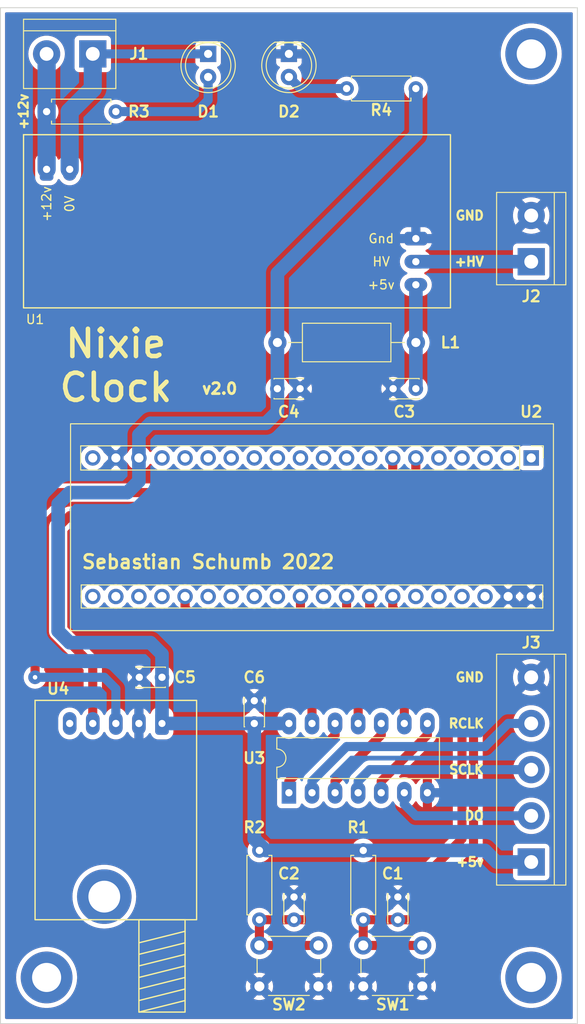
<source format=kicad_pcb>
(kicad_pcb (version 20211014) (generator pcbnew)

  (general
    (thickness 1.6)
  )

  (paper "A4")
  (layers
    (0 "F.Cu" signal)
    (31 "B.Cu" signal)
    (32 "B.Adhes" user "B.Adhesive")
    (33 "F.Adhes" user "F.Adhesive")
    (34 "B.Paste" user)
    (35 "F.Paste" user)
    (36 "B.SilkS" user "B.Silkscreen")
    (37 "F.SilkS" user "F.Silkscreen")
    (38 "B.Mask" user)
    (39 "F.Mask" user)
    (40 "Dwgs.User" user "User.Drawings")
    (41 "Cmts.User" user "User.Comments")
    (42 "Eco1.User" user "User.Eco1")
    (43 "Eco2.User" user "User.Eco2")
    (44 "Edge.Cuts" user)
    (45 "Margin" user)
    (46 "B.CrtYd" user "B.Courtyard")
    (47 "F.CrtYd" user "F.Courtyard")
    (48 "B.Fab" user)
    (49 "F.Fab" user)
    (50 "User.1" user)
    (51 "User.2" user)
    (52 "User.3" user)
    (53 "User.4" user)
    (54 "User.5" user)
    (55 "User.6" user)
    (56 "User.7" user)
    (57 "User.8" user)
    (58 "User.9" user)
  )

  (setup
    (stackup
      (layer "F.SilkS" (type "Top Silk Screen"))
      (layer "F.Paste" (type "Top Solder Paste"))
      (layer "F.Mask" (type "Top Solder Mask") (thickness 0.01))
      (layer "F.Cu" (type "copper") (thickness 0.035))
      (layer "dielectric 1" (type "core") (thickness 1.51) (material "FR4") (epsilon_r 4.5) (loss_tangent 0.02))
      (layer "B.Cu" (type "copper") (thickness 0.035))
      (layer "B.Mask" (type "Bottom Solder Mask") (thickness 0.01))
      (layer "B.Paste" (type "Bottom Solder Paste"))
      (layer "B.SilkS" (type "Bottom Silk Screen"))
      (copper_finish "None")
      (dielectric_constraints no)
    )
    (pad_to_mask_clearance 0)
    (aux_axis_origin 57.15 53.34)
    (pcbplotparams
      (layerselection 0x00010f0_ffffffff)
      (disableapertmacros false)
      (usegerberextensions false)
      (usegerberattributes true)
      (usegerberadvancedattributes true)
      (creategerberjobfile true)
      (svguseinch false)
      (svgprecision 6)
      (excludeedgelayer true)
      (plotframeref false)
      (viasonmask false)
      (mode 1)
      (useauxorigin false)
      (hpglpennumber 1)
      (hpglpenspeed 20)
      (hpglpendiameter 15.000000)
      (dxfpolygonmode true)
      (dxfimperialunits true)
      (dxfusepcbnewfont true)
      (psnegative false)
      (psa4output false)
      (plotreference true)
      (plotvalue true)
      (plotinvisibletext false)
      (sketchpadsonfab false)
      (subtractmaskfromsilk false)
      (outputformat 1)
      (mirror false)
      (drillshape 0)
      (scaleselection 1)
      (outputdirectory "gerbers/")
    )
  )

  (net 0 "")
  (net 1 "BTN-Zero")
  (net 2 "GND")
  (net 3 "BTN-Set")
  (net 4 "Net-(C3-Pad1)")
  (net 5 "+5V")
  (net 6 "Net-(D1-Pad1)")
  (net 7 "Net-(D1-Pad2)")
  (net 8 "Net-(D2-Pad2)")
  (net 9 "Net-(J1-Pad2)")
  (net 10 "unconnected-(U2-Pad38)")
  (net 11 "unconnected-(U2-Pad3)")
  (net 12 "unconnected-(U2-Pad37)")
  (net 13 "unconnected-(U2-Pad4)")
  (net 14 "unconnected-(U2-Pad36)")
  (net 15 "unconnected-(U2-Pad5)")
  (net 16 "unconnected-(U2-Pad35)")
  (net 17 "GPS-RX")
  (net 18 "GPS-TX")
  (net 19 "unconnected-(U2-Pad8)")
  (net 20 "DO-3.3v")
  (net 21 "unconnected-(U2-Pad9)")
  (net 22 "unconnected-(U2-Pad31)")
  (net 23 "unconnected-(U2-Pad10)")
  (net 24 "SCLK-3.3v")
  (net 25 "unconnected-(U2-Pad11)")
  (net 26 "unconnected-(U2-Pad29)")
  (net 27 "unconnected-(U2-Pad12)")
  (net 28 "unconnected-(U2-Pad28)")
  (net 29 "unconnected-(U2-Pad13)")
  (net 30 "unconnected-(U2-Pad27)")
  (net 31 "unconnected-(U2-Pad14)")
  (net 32 "unconnected-(U2-Pad26)")
  (net 33 "unconnected-(U2-Pad15)")
  (net 34 "RCKL-3.3v")
  (net 35 "unconnected-(U2-Pad16)")
  (net 36 "unconnected-(U2-Pad24)")
  (net 37 "unconnected-(U2-Pad17)")
  (net 38 "unconnected-(U2-Pad23)")
  (net 39 "unconnected-(U2-Pad22)")
  (net 40 "unconnected-(U2-Pad21)")
  (net 41 "unconnected-(U2-Pad20)")
  (net 42 "SCKL-5v")
  (net 43 "DO-5v")
  (net 44 "RCKL-5v")
  (net 45 "HV")
  (net 46 "unconnected-(U4-Pad5)")
  (net 47 "Net-(U3-Pad12)")
  (net 48 "Net-(U3-Pad10)")
  (net 49 "Net-(U3-Pad5)")
  (net 50 "unconnected-(U2-Pad1)")
  (net 51 "unconnected-(U2-Pad2)")

  (footprint "Resistor_THT:R_Axial_DIN0207_L6.3mm_D2.5mm_P7.62mm_Horizontal" (layer "F.Cu") (at 85.65 146.05 -90))

  (footprint "misc:nixie-psu" (layer "F.Cu") (at 82.55 76.2))

  (footprint "misc:neo-7m-module" (layer "F.Cu") (at 69.85 140.97 90))

  (footprint "Resistor_THT:R_Axial_DIN0207_L6.3mm_D2.5mm_P7.62mm_Horizontal" (layer "F.Cu") (at 62.23 64.77))

  (footprint "Resistor_THT:R_Axial_DIN0207_L6.3mm_D2.5mm_P7.62mm_Horizontal" (layer "F.Cu") (at 102.87 62.23 180))

  (footprint "LED_THT:LED_D5.0mm" (layer "F.Cu") (at 80.01 58.42 -90))

  (footprint "Capacitor_THT:C_Disc_D3.0mm_W2.0mm_P2.50mm" (layer "F.Cu") (at 74.93 127 180))

  (footprint "TerminalBlock:TerminalBlock_bornier-2_P5.08mm" (layer "F.Cu") (at 67.31 58.42 180))

  (footprint "Capacitor_THT:C_Disc_D3.0mm_W2.0mm_P2.50mm" (layer "F.Cu") (at 100.89 153.67 90))

  (footprint "LED_THT:LED_D5.0mm" (layer "F.Cu") (at 88.9 58.42 -90))

  (footprint "Resistor_THT:R_Axial_DIN0207_L6.3mm_D2.5mm_P7.62mm_Horizontal" (layer "F.Cu") (at 97.08 146.05 -90))

  (footprint "misc:YAAJ_BluePill_2" (layer "F.Cu") (at 115.57 102.87 -90))

  (footprint "Button_Switch_THT:SW_PUSH_6mm" (layer "F.Cu") (at 92.15 161 180))

  (footprint "TerminalBlock:TerminalBlock_bornier-5_P5.08mm" (layer "F.Cu") (at 115.57 147.32 90))

  (footprint "Button_Switch_THT:SW_PUSH_6mm" (layer "F.Cu") (at 103.58 161 180))

  (footprint "MountingHole:MountingHole_3.2mm_M3_ISO7380_Pad" (layer "F.Cu") (at 115.57 58.42))

  (footprint "Capacitor_THT:C_Disc_D3.0mm_W2.0mm_P2.50mm" (layer "F.Cu") (at 85.09 132.08 90))

  (footprint "Inductor_THT:L_Axial_L9.5mm_D4.0mm_P15.24mm_Horizontal_Fastron_SMCC" (layer "F.Cu") (at 102.875 90.17 180))

  (footprint "TerminalBlock:TerminalBlock_bornier-2_P5.08mm" (layer "F.Cu") (at 115.57 81.28 90))

  (footprint "Capacitor_THT:C_Disc_D3.0mm_W2.0mm_P2.50mm" (layer "F.Cu") (at 89.46 153.67 90))

  (footprint "Capacitor_THT:C_Disc_D3.0mm_W2.0mm_P2.50mm" (layer "F.Cu") (at 102.87 95.25 180))

  (footprint "Package_DIP:DIP-14_W7.62mm_LongPads" (layer "F.Cu") (at 88.9 139.7 90))

  (footprint (layer "F.Cu") (at 62.23 160.02))

  (footprint (layer "F.Cu") (at 115.57 160.02))

  (footprint "Capacitor_THT:C_Disc_D3.0mm_W2.0mm_P2.50mm" (layer "F.Cu") (at 87.63 95.25))

  (gr_rect (start 57.15 53.34) (end 120.65 165.1) (layer "Edge.Cuts") (width 0.1) (fill none) (tstamp a0df5590-759e-48fc-8c81-66b2552ff399))
  (gr_text "RCLK" (at 110.49 132.08) (layer "F.SilkS") (tstamp 1b6c0190-9e2f-4377-9748-8c1405cc46d7)
    (effects (font (size 1 1) (thickness 0.25)) (justify right))
  )
  (gr_text "GND\n" (at 110.49 127) (layer "F.SilkS") (tstamp 377dcdcb-3562-435b-9db1-a627452d756d)
    (effects (font (size 1 1) (thickness 0.25)) (justify right))
  )
  (gr_text "v2.0" (at 81.28 95.25) (layer "F.SilkS") (tstamp 4cc36387-40e1-49ef-9fcd-fe4716cc0104)
    (effects (font (size 1.2 1.2) (thickness 0.3)))
  )
  (gr_text "Sebastian Schumb 2022" (at 80.01 114.3) (layer "F.SilkS") (tstamp 73d10184-44a8-4b78-8026-edde8b35afa7)
    (effects (font (size 1.5 1.5) (thickness 0.3)))
  )
  (gr_text "+5v" (at 110.49 147.32) (layer "F.SilkS") (tstamp 877e8864-df1e-414e-bf1a-b5f8ca5aba41)
    (effects (font (size 1 1) (thickness 0.25)) (justify right))
  )
  (gr_text "+12v" (at 59.69 64.77 90) (layer "F.SilkS") (tstamp a2d964a4-46a6-4814-9401-1e986d7ce325)
    (effects (font (size 1 1) (thickness 0.25)))
  )
  (gr_text "GND\n" (at 110.49 76.2) (layer "F.SilkS") (tstamp e46fc563-b61c-4be2-ad74-e152efa77acb)
    (effects (font (size 1 1) (thickness 0.25)) (justify right))
  )
  (gr_text "DO" (at 110.49 142.24) (layer "F.SilkS") (tstamp e7956c2b-beed-4bf7-bd1f-372858320167)
    (effects (font (size 1 1) (thickness 0.25)) (justify right))
  )
  (gr_text "Nixie\nClock" (at 69.85 92.71) (layer "F.SilkS") (tstamp f8cd9b66-5502-4bf5-8102-0171162aff40)
    (effects (font (size 3 3) (thickness 0.5)))
  )
  (gr_text "SCLK" (at 110.49 137.16) (layer "F.SilkS") (tstamp fdf1992e-af8e-4d3b-a527-99e4da147084)
    (effects (font (size 1 1) (thickness 0.25)) (justify right))
  )
  (gr_text "+HV" (at 110.49 81.28) (layer "F.SilkS") (tstamp fef55816-d5d0-4267-bb5d-8e40713cd0c5)
    (effects (font (size 1 1) (thickness 0.25)) (justify right))
  )

  (segment (start 103.58 156.5) (end 97.08 156.5) (width 1) (layer "F.Cu") (net 1) (tstamp 1c54a8da-99c7-42db-ac20-c7e1c4756013))
  (segment (start 100.89 153.67) (end 102.235 153.67) (width 1) (layer "F.Cu") (net 1) (tstamp 472e2088-478c-4e03-9a04-094c33125adc))
  (segment (start 102.235 153.67) (end 109.22 146.685) (width 1) (layer "F.Cu") (net 1) (tstamp 731f28eb-0829-41ec-8256-9a17fb73e483))
  (segment (start 109.22 146.685) (end 109.22 128.27) (width 1) (layer "F.Cu") (net 1) (tstamp 90271ac8-c531-4d06-92dd-8a00ab5cfb91))
  (segment (start 109.22 128.27) (end 100.33 119.38) (width 1) (layer "F.Cu") (net 1) (tstamp a556ea04-be44-4fce-9c10-7fa0cfae8212))
  (segment (start 97.08 153.67) (end 97.08 156.5) (width 1) (layer "F.Cu") (net 1) (tstamp d7970f59-1619-4a49-b292-c4e115530a6e))
  (segment (start 100.33 119.38) (end 100.33 118.11) (width 1) (layer "F.Cu") (net 1) (tstamp e290724d-6aca-4440-9cd7-12141be1f38d))
  (segment (start 97.08 153.67) (end 100.89 153.67) (width 1) (layer "F.Cu") (net 1) (tstamp fcef6505-1927-49f6-b714-53bde81246cc))
  (segment (start 85.65 156.5) (end 92.15 156.5) (width 1) (layer "F.Cu") (net 3) (tstamp 434e9990-f7ec-4cf8-8296-ce66b3afe9d6))
  (segment (start 85.65 153.67) (end 89.46 153.67) (width 1) (layer "F.Cu") (net 3) (tstamp 6533bf02-78fb-4cc6-a245-2cd8de38d0be))
  (segment (start 93.98 153.67) (end 99.06 148.59) (width 1) (layer "F.Cu") (net 3) (tstamp 6f91e7fa-b1ed-4418-9809-bd7716cf8bc3))
  (segment (start 104.14 148.59) (end 107.95 144.78) (width 1) (layer "F.Cu") (net 3) (tstamp 79c01ce1-40e8-41ec-bc85-2a9ceaee6ca2))
  (segment (start 107.95 129.54) (end 97.79 119.38) (width 1) (layer "F.Cu") (net 3) (tstamp 7bf35309-eb22-466d-b929-059780df349d))
  (segment (start 107.95 144.78) (end 107.95 129.54) (width 1) (layer "F.Cu") (net 3) (tstamp 8dbcbdb1-ca86-4070-9376-7d06475f52b0))
  (segment (start 89.46 153.67) (end 93.98 153.67) (width 1) (layer "F.Cu") (net 3) (tstamp ca2bd08e-9c99-4436-af7c-52ab2dfc527d))
  (segment (start 97.79 119.38) (end 97.79 118.11) (width 1) (layer "F.Cu") (net 3) (tstamp d6f89259-2e6f-4227-8a45-bf2517890741))
  (segment (start 85.65 153.67) (end 85.65 156.5) (width 1) (layer "F.Cu") (net 3) (tstamp e94bbd91-a0b4-4ddc-9f09-ae212dfa4eaa))
  (segment (start 99.06 148.59) (end 104.14 148.59) (width 1) (layer "F.Cu") (net 3) (tstamp e990d8d5-0d2f-456f-a8ca-5bc2223fcc80))
  (segment (start 102.875 90.17) (end 102.875 83.825) (width 1.5) (layer "B.Cu") (net 4) (tstamp 185b4717-99a8-4ccb-842d-88488e3e3309))
  (segment (start 102.875 90.17) (end 102.875 95.245) (width 1.5) (layer "B.Cu") (net 4) (tstamp 2849c4f2-5c49-4499-84ae-9865306ff237))
  (segment (start 102.875 83.825) (end 102.87 83.82) (width 1.5) (layer "B.Cu") (net 4) (tstamp 54447660-69c8-401e-b61e-ff2dd167fcd7))
  (segment (start 102.87 90.165) (end 102.875 90.17) (width 2) (layer "B.Cu") (net 4) (tstamp dd214595-9ab4-46da-9d1b-6ea7a1fdd254))
  (segment (start 102.875 95.245) (end 102.87 95.25) (width 1.5) (layer "B.Cu") (net 4) (tstamp fb87ed6c-6bf9-429e-9591-e9af56d7ab42))
  (segment (start 72.39 102.87) (end 72.39 105.41) (width 1.5) (layer "B.Cu") (net 5) (tstamp 01032f62-1a74-47d7-ae21-1ff7e58e901c))
  (segment (start 86.36 146.05) (end 93.98 146.05) (width 1.5) (layer "B.Cu") (net 5) (tstamp 103ea246-45d4-48fc-9f78-59d3bf76b015))
  (segment (start 85.09 132.08) (end 85.09 144.78) (width 1.5) (layer "B.Cu") (net 5) (tstamp 24cc27b3-f008-4dfb-a6bb-928596eb7477))
  (segment (start 87.635 95.245) (end 87.63 95.25) (width 1.5) (layer "B.Cu") (net 5) (tstamp 35ae49ec-399b-4adf-89c1-f57d463299db))
  (segment (start 111.76 147.32) (end 110.49 146.05) (width 1.5) (layer "B.Cu") (net 5) (tstamp 4627053a-be15-4459-bdd0-aedd0aa84070))
  (segment (start 88.9 132.08) (end 74.93 132.08) (width 1.5) (layer "B.Cu") (net 5) (tstamp 4af4bb32-c28f-48de-b803-fd5dcb05c9a5))
  (segment (start 63.5 107.95) (end 63.5 121.92) (width 1.5) (layer "B.Cu") (net 5) (tstamp 4c755b12-ae14-4812-b3fd-70c4d1768fda))
  (segment (start 87.635 90.17) (end 87.635 95.245) (width 1.5) (layer "B.Cu") (net 5) (tstamp 56c88695-76f4-48d2-b339-9f3019133119))
  (segment (start 87.635 90.17) (end 87.635 82.545) (width 1.5) (layer "B.Cu") (net 5) (tstamp 573590f9-67fe-479b-8322-7996e3ea5810))
  (segment (start 64.77 106.68) (end 63.5 107.95) (width 1.5) (layer "B.Cu") (net 5) (tstamp 590fead6-f374-48aa-a46e-f23d93d5ed90))
  (segment (start 72.39 100.33) (end 72.39 102.87) (width 1.5) (layer "B.Cu") (net 5) (tstamp 6bdf9c5c-cab2-44fb-b0c8-d08509ebc9d3))
  (segment (start 115.57 147.32) (end 111.76 147.32) (width 1.5) (layer "B.Cu") (net 5) (tstamp 6d7879be-023b-4495-934e-8bd05786592c))
  (segment (start 87.63 95.25) (end 87.63 97.79) (width 1.5) (layer "B.Cu") (net 5) (tstamp 70300b17-0201-45da-81b6-ad6611997584))
  (segment (start 63.5 121.92) (end 64.77 123.19) (width 1.5) (layer "B.Cu") (net 5) (tstamp 73708606-1304-4007-a046-d6877ccdded1))
  (segment (start 102.87 67.31) (end 102.87 62.23) (width 1.5) (layer "B.Cu") (net 5) (tstamp 82c2eb4c-41fb-442f-ac8e-2c3d785fbd85))
  (segment (start 71.12 106.68) (end 64.77 106.68) (width 1.5) (layer "B.Cu") (net 5) (tstamp 83d7d12f-6ad1-45fc-a7d4-6e340bd25208))
  (segment (start 72.39 105.41) (end 71.12 106.68) (width 1.5) (layer "B.Cu") (net 5) (tstamp 8d2a1f40-8ba4-404a-aed9-ecaa85ee42a2))
  (segment (start 73.66 99.06) (end 72.39 100.33) (width 1.5) (layer "B.Cu") (net 5) (tstamp 9c76a078-3038-4ed4-b895-5b9dcaac761e))
  (segment (start 105.41 146.05) (end 93.98 146.05) (width 1.5) (layer "B.Cu") (net 5) (tstamp a54be09c-1ff0-469a-bf59-16e6fc1002d5))
  (segment (start 74.93 132.08) (end 74.93 127) (width 1.5) (layer "B.Cu") (net 5) (tstamp ac494326-3dae-4f22-922c-3db6e636f0b9))
  (segment (start 110.49 146.05) (end 105.41 146.05) (width 1.5) (layer "B.Cu") (net 5) (tstamp ae826591-a892-477e-8e0e-c1c5effc718b))
  (segment (start 64.77 123.19) (end 73.66 123.19) (width 1.5) (layer "B.Cu") (net 5) (tstamp b450f0bd-356f-4e47-8059-7ec0d45252c2))
  (segment (start 86.36 99.06) (end 73.66 99.06) (width 1.5) (layer "B.Cu") (net 5) (tstamp bf0ad247-2b74-4056-af27-0f6454e0d28c))
  (segment (start 74.93 124.46) (end 74.93 127) (width 1.5) (layer "B.Cu") (net 5) (tstamp d910a37b-18e3-4adb-8fd8-8c020dcb1867))
  (segment (start 85.09 144.78) (end 86.36 146.05) (width 1.5) (layer "B.Cu") (net 5) (tstamp e8644444-af30-4bb6-9478-06b22e6dfa3d))
  (segment (start 87.635 82.545) (end 102.87 67.31) (width 1.5) (layer "B.Cu") (net 5) (tstamp ee04c04f-215a-4eff-9a5a-3fc137c6a8cf))
  (segment (start 87.63 97.79) (end 86.36 99.06) (width 1.5) (layer "B.Cu") (net 5) (tstamp f3bea128-117a-4691-aada-d35d44af9615))
  (segment (start 73.66 123.19) (end 74.93 124.46) (width 1.5) (layer "B.Cu") (net 5) (tstamp f807fc2d-fe49-4845-9985-44fe3923c2d6))
  (segment (start 64.77 64.77) (end 67.31 62.23) (width 2) (layer "B.Cu") (net 6) (tstamp 07d97fad-f50d-4f2e-b0b7-a853d7fb59eb))
  (segment (start 64.77 71.12) (end 64.77 64.77) (width 2) (layer "B.Cu") (net 6) (tstamp 0c812151-65c7-4f4a-b059-b8c0d2d12397))
  (segment (start 80.01 58.42) (end 67.31 58.42) (width 1) (layer "B.Cu") (net 6) (tstamp 26b700b9-5b98-4eaa-84cb-3944af451597))
  (segment (start 67.31 62.23) (end 67.31 58.42) (width 2) (layer "B.Cu") (net 6) (tstamp 89a73791-57d8-47c9-8f66-c8294fdeea11))
  (segment (start 78.74 64.77) (end 69.85 64.77) (width 1) (layer "B.Cu") (net 7) (tstamp 0ace00c6-18f0-4735-ab0d-ed549b4ea81a))
  (segment (start 80.01 63.5) (end 78.74 64.77) (width 1) (layer "B.Cu") (net 7) (tstamp 4092f61e-3a26-4467-ae77-875a512211e8))
  (segment (start 80.01 60.96) (end 80.01 63.5) (width 1) (layer "B.Cu") (net 7) (tstamp f87ce03a-03d7-4533-9c1c-b0f2552e1cd0))
  (segment (start 88.9 60.96) (end 90.17 62.23) (width 1) (layer "B.Cu") (net 8) (tstamp 68ae113a-5138-4588-8198-a9545175eae8))
  (segment (start 90.17 62.23) (end 95.25 62.23) (width 1) (layer "B.Cu") (net 8) (tstamp 7f9898da-5981-4096-9ddf-12edf8347b86))
  (segment (start 62.23 64.77) (end 62.23 71.12) (width 2) (layer "B.Cu") (net 9) (tstamp 31dee16d-031d-49bb-af51-07826b9e1bad))
  (segment (start 62.23 58.42) (end 62.23 64.77) (width 2) (layer "B.Cu") (net 9) (tstamp 8f919842-18ba-49fc-abfb-44a9aae369a0))
  (segment (start 64.77 109.22) (end 99.06 109.22) (width 1) (layer "F.Cu") (net 17) (tstamp 06366a80-971d-4867-bf52-87a579e0f7dd))
  (segment (start 102.87 105.41) (end 102.87 102.87) (width 1) (layer "F.Cu") (net 17) (tstamp 080491fd-3e1b-46f1-8cfe-7c21e8cca3b9))
  (segment (start 63.5 121.92) (end 63.5 110.49) (width 1) (layer "F.Cu") (net 17) (tstamp 1a87b6bd-714e-4c1f-8c48-5ba3aed20caa))
  (segment (start 99.06 109.22) (end 102.87 105.41) (width 1) (layer "F.Cu") (net 17) (tstamp 900a0e00-c83b-4a2a-a67d-3b4b994c07fe))
  (segment (start 67.31 125.73) (end 63.5 121.92) (width 1) (layer "F.Cu") (net 17) (tstamp df30cfc5-9cd2-4419-b974-d2a1aa84ed0c))
  (segment (start 63.5 110.49) (end 64.77 109.22) (width 1) (layer "F.Cu") (net 17) (tstamp e2b9ab51-e1f3-48ce-b8f1-1b2bcc52d582))
  (segment (start 67.31 132.08) (end 67.31 125.73) (width 1) (layer "F.Cu") (net 17) (tstamp ff0dc482-e08a-4e9d-aa87-e5743521e5e9))
  (segment (start 60.96 109.22) (end 63.5 106.68) (width 1) (layer "F.Cu") (net 18) (tstamp 2c431391-7f32-4bc1-987a-afcc56f83bf5))
  (segment (start 99.06 106.68) (end 100.33 105.41) (width 1) (layer "F.Cu") (net 18) (tstamp 3dc1970b-da02-4f12-881a-932032e5c889))
  (segment (start 100.33 105.41) (end 100.33 102.87) (width 1) (layer "F.Cu") (net 18) (tstamp ac947a94-4b6a-4448-a30d-5f6e03215496))
  (segment (start 63.5 106.68) (end 99.06 106.68) (width 1) (layer "F.Cu") (net 18) (tstamp cff234f3-b6d9-45d4-9ab9-455195fb3aa4))
  (segment (start 60.96 127) (end 60.96 109.22) (width 1) (layer "F.Cu") (net 18) (tstamp f897a958-fd5e-4f46-a181-29e1841e8ffd))
  (via (at 60.96 127) (size 1.5) (drill 0.5) (layers "F.Cu" "B.Cu") (net 18) (tstamp 00bf6a00-08ba-4969-b74d-9aedb7b27e73))
  (segment (start 69.85 132.08) (end 69.85 128.27) (width 1) (layer "B.Cu") (net 18) (tstamp 897cd945-c2ed-41f9-9bfb-77b8d5ade54f))
  (segment (start 68.58 127) (end 60.96 127) (width 1) (layer "B.Cu") (net 18) (tstamp b38376d1-bc8f-47a1-abc7-3d9d755e3ca8))
  (segment (start 69.85 128.27) (end 68.58 127) (width 1) (layer "B.Cu") (net 18) (tstamp b91c912f-a482-4480-88a2-41be6a089c84))
  (segment (start 95.25 120.015) (end 101.6 126.365) (width 1) (layer "F.Cu") (net 20) (tstamp 5e405d2a-d66c-483e-9745-18ce172fb21e))
  (segment (start 95.25 118.11) (end 95.25 120.015) (width 1) (layer "F.Cu") (net 20) (tstamp 87b07f38-f991-4299-8759-60075852b3c6))
  (segment (start 101.6 126.365) (end 101.6 132.08) (width 1) (layer "F.Cu") (net 20) (tstamp a57b3e50-2557-4da7-baa0-18f7c879fa63))
  (segment (start 90.17 120.65) (end 96.52 127) (width 1) (layer "F.Cu") (net 24) (tstamp 3a8e31b2-f004-49cb-ab59-5e79021ec4b9))
  (segment (start 90.17 118.11) (end 90.17 120.65) (width 1) (layer "F.Cu") (net 24) (tstamp 6a7d7680-832d-4eb6-b275-16899804b384))
  (segment (start 96.52 127) (end 96.52 132.08) (width 1) (layer "F.Cu") (net 24) (tstamp 78d4c0aa-90e3-4568-80ab-064aeb91f982))
  (segment (start 77.47 118.11) (end 77.47 119.38) (width 1) (layer "F.Cu") (net 34) (tstamp 774821ed-d836-418d-89a5-b4315de6ed46))
  (segment (start 91.44 128.27) (end 91.44 132.08) (width 1) (layer "F.Cu") (net 34) (tstamp 9c37144e-fe2c-45bf-83f2-ebf0158825f8))
  (segment (start 86.36 123.19) (end 91.44 128.27) (width 1) (layer "F.Cu") (net 34) (tstamp c3213bed-2819-46de-967e-dafbaecd230c))
  (segment (start 81.28 123.19) (end 86.36 123.19) (width 1) (layer "F.Cu") (net 34) (tstamp d802ae69-69d5-40f1-99cf-8cd1fb764e3e))
  (segment (start 77.47 119.38) (end 81.28 123.19) (width 1) (layer "F.Cu") (net 34) (tstamp eba8a613-a2f1-430b-83b1-e1bf6649c824))
  (segment (start 96.52 138.43) (end 97.79 137.16) (width 1) (layer "B.Cu") (net 42) (tstamp 06aab9f8-3204-45bc-a765-3076e77178f5))
  (segment (start 97.79 137.16) (end 115.57 137.16) (width 1) (layer "B.Cu") (net 42) (tstamp 83e10e93-9eb3-4456-9891-7298d9b5a46e))
  (segment (start 96.52 139.7) (end 96.52 138.43) (width 1) (layer "B.Cu") (net 42) (tstamp bc9dba51-ba8b-46c1-9a6e-ebb562395e7f))
  (segment (start 101.6 140.97) (end 102.87 142.24) (width 1) (layer "B.Cu") (net 43) (tstamp 03a65276-828b-4937-86a0-dce29273b5f0))
  (segment (start 101.6 139.7) (end 101.6 140.97) (width 1) (layer "B.Cu") (net 43) (tstamp 330c723d-a3f9-4de0-9225-8b3ee269a062))
  (segment (start 102.87 142.24) (end 115.57 142.24) (width 1) (layer "B.Cu") (net 43) (tstamp 91c5794d-b4a7-4f72-9de6-99ad74e2e26f))
  (segment (start 91.44 138.43) (end 95.25 134.62) (width 1) (layer "B.Cu") (net 44) (tstamp 24434c1c-8971-422a-a723-62d8a37bf30a))
  (segment (start 91.44 139.7) (end 91.44 138.43) (width 1) (layer "B.Cu") (net 44) (tstamp 5c19dd5d-02ad-436d-a199-9279f1ec325c))
  (segment (start 110.49 134.62) (end 113.03 132.08) (width 1) (layer "B.Cu") (net 44) (tstamp 99c39d8c-3811-49f7-b3cb-3186a0c8c94f))
  (segment (start 95.25 134.62) (end 110.49 134.62) (width 1) (layer "B.Cu") (net 44) (tstamp c7d6508c-bc72-41d5-a786-d79e190b01e5))
  (segment (start 113.03 132.08) (end 115.57 132.08) (width 1) (layer "B.Cu") (net 44) (tstamp f8b2b5ae-b146-4d9d-9fb8-424b56423748))
  (segment (start 102.87 81.28) (end 115.57 81.28) (width 1.5) (layer "B.Cu") (net 45) (tstamp cd4fa3df-4cdf-4e22-a000-7d7d9d33061f))
  (segment (start 93.98 133.35) (end 93.98 132.08) (width 1) (layer "F.Cu") (net 47) (tstamp 06485c39-8011-481b-9083-bbc564fad6f0))
  (segment (start 88.9 139.7) (end 88.9 138.43) (width 1) (layer "F.Cu") (net 47) (tstamp 14dd1afc-9ffd-40a5-8f67-624715695677))
  (segment (start 88.9 138.43) (end 93.98 133.35) (width 1) (layer "F.Cu") (net 47) (tstamp 9a4bc616-bfdb-4cd9-884d-5623a081359d))
  (segment (start 99.06 132.08) (end 99.06 133.35) (width 1) (layer "F.Cu") (net 48) (tstamp 3a0e681d-bcb0-4847-b714-fdbd30890e91))
  (segment (start 99.06 133.35) (end 93.98 138.43) (width 1) (layer "F.Cu") (net 48) (tstamp 63a8134b-628d-45dc-bba3-aef47c991d1c))
  (segment (start 93.98 138.43) (end 93.98 139.7) (width 1) (layer "F.Cu") (net 48) (tstamp 9726eaf5-f6a7-4206-a572-8b72bfc21832))
  (segment (start 104.14 133.35) (end 99.06 138.43) (width 1) (layer "F.Cu") (net 49) (tstamp 20e57d00-4a20-4a5c-ba2f-aafbccafd24f))
  (segment (start 104.14 132.08) (end 104.14 133.35) (width 1) (layer "F.Cu") (net 49) (tstamp 502eb0d7-917d-451d-8940-7a9ef3037a1b))
  (segment (start 99.06 138.43) (end 99.06 139.7) (width 1) (layer "F.Cu") (net 49) (tstamp 84ae7878-c654-47dd-aa51-783693f86877))

  (zone (net 2) (net_name "GND") (layer "F.Cu") (tstamp af83b1ba-4927-4eb4-9b3d-b90a16495600) (hatch edge 0.508)
    (connect_pads (clearance 0.508))
    (min_thickness 0.254) (filled_areas_thickness no)
    (fill yes (thermal_gap 0.508) (thermal_bridge_width 1))
    (polygon
      (pts
        (xy 120.65 165.1)
        (xy 57.15 165.1)
        (xy 57.15 53.34)
        (xy 120.65 53.34)
      )
    )
    (filled_polygon
      (layer "F.Cu")
      (pts
        (xy 120.084121 53.868002)
        (xy 120.130614 53.921658)
        (xy 120.142 53.974)
        (xy 120.142 164.466)
        (xy 120.121998 164.534121)
        (xy 120.068342 164.580614)
        (xy 120.016 164.592)
        (xy 57.784 164.592)
        (xy 57.715879 164.571998)
        (xy 57.669386 164.518342)
        (xy 57.658 164.466)
        (xy 57.658 160.008259)
        (xy 58.866587 160.008259)
        (xy 58.884992 160.371574)
        (xy 58.885529 160.374929)
        (xy 58.88553 160.374935)
        (xy 58.910045 160.527988)
        (xy 58.942527 160.730777)
        (xy 59.038519 161.081664)
        (xy 59.171845 161.420133)
        (xy 59.173428 161.423148)
        (xy 59.339362 161.739206)
        (xy 59.339367 161.739214)
        (xy 59.340946 161.742222)
        (xy 59.34284 161.74504)
        (xy 59.342845 161.745049)
        (xy 59.535419 162.031628)
        (xy 59.543843 162.044165)
        (xy 59.778163 162.322428)
        (xy 59.900968 162.439783)
        (xy 60.038702 162.571405)
        (xy 60.038709 162.571411)
        (xy 60.041165 162.573758)
        (xy 60.329771 162.795214)
        (xy 60.332689 162.796988)
        (xy 60.637692 162.982433)
        (xy 60.637697 162.982436)
        (xy 60.640607 162.984205)
        (xy 60.643695 162.985651)
        (xy 60.643694 162.985651)
        (xy 60.966952 163.137077)
        (xy 60.966962 163.137081)
        (xy 60.970036 163.138521)
        (xy 60.973254 163.139623)
        (xy 60.973257 163.139624)
        (xy 61.310981 163.255253)
        (xy 61.310989 163.255255)
        (xy 61.314204 163.256356)
        (xy 61.669084 163.336332)
        (xy 61.722123 163.342375)
        (xy 62.027144 163.377128)
        (xy 62.027152 163.377128)
        (xy 62.030527 163.377513)
        (xy 62.033931 163.377531)
        (xy 62.033934 163.377531)
        (xy 62.232058 163.378568)
        (xy 62.394303 163.379418)
        (xy 62.397689 163.379068)
        (xy 62.397691 163.379068)
        (xy 62.752765 163.342375)
        (xy 62.752774 163.342374)
        (xy 62.756157 163.342024)
        (xy 62.75949 163.34131)
        (xy 62.759493 163.341309)
        (xy 62.869895 163.317641)
        (xy 63.111856 163.265768)
        (xy 63.457239 163.151544)
        (xy 63.460323 163.150138)
        (xy 63.460332 163.150135)
        (xy 63.785171 163.002096)
        (xy 63.788265 163.000686)
        (xy 63.832276 162.974554)
        (xy 64.098128 162.816704)
        (xy 64.098132 162.816701)
        (xy 64.101063 162.814961)
        (xy 64.391973 162.596539)
        (xy 64.643838 162.360848)
        (xy 85.001879 162.360848)
        (xy 85.005068 162.365108)
        (xy 85.177988 162.436734)
        (xy 85.187373 162.439783)
        (xy 85.408554 162.492885)
        (xy 85.418301 162.494428)
        (xy 85.64507 162.512275)
        (xy 85.65493 162.512275)
        (xy 85.881699 162.494428)
        (xy 85.891446 162.492885)
        (xy 86.112627 162.439783)
        (xy 86.122012 162.436734)
        (xy 86.287436 162.368213)
        (xy 86.296575 162.360848)
        (xy 91.501879 162.360848)
        (xy 91.505068 162.365108)
        (xy 91.677988 162.436734)
        (xy 91.687373 162.439783)
        (xy 91.908554 162.492885)
        (xy 91.918301 162.494428)
        (xy 92.14507 162.512275)
        (xy 92.15493 162.512275)
        (xy 92.381699 162.494428)
        (xy 92.391446 162.492885)
        (xy 92.612627 162.439783)
        (xy 92.622012 162.436734)
        (xy 92.787436 162.368213)
        (xy 92.796575 162.360848)
        (xy 96.431879 162.360848)
        (xy 96.435068 162.365108)
        (xy 96.607988 162.436734)
        (xy 96.617373 162.439783)
        (xy 96.838554 162.492885)
        (xy 96.848301 162.494428)
        (xy 97.07507 162.512275)
        (xy 97.08493 162.512275)
        (xy 97.311699 162.494428)
        (xy 97.321446 162.492885)
        (xy 97.542627 162.439783)
        (xy 97.552012 162.436734)
        (xy 97.717436 162.368213)
        (xy 97.726575 162.360848)
        (xy 102.931879 162.360848)
        (xy 102.935068 162.365108)
        (xy 103.107988 162.436734)
        (xy 103.117373 162.439783)
        (xy 103.338554 162.492885)
        (xy 103.348301 162.494428)
        (xy 103.57507 162.512275)
        (xy 103.58493 162.512275)
        (xy 103.811699 162.494428)
        (xy 103.821446 162.492885)
        (xy 104.042627 162.439783)
        (xy 104.052012 162.436734)
        (xy 104.217436 162.368213)
        (xy 104.228417 162.359364)
        (xy 104.227101 162.354208)
        (xy 103.592812 161.719919)
        (xy 103.578868 161.712305)
        (xy 103.577035 161.712436)
        (xy 103.57042 161.716687)
        (xy 102.938639 162.348468)
        (xy 102.931879 162.360848)
        (xy 97.726575 162.360848)
        (xy 97.728417 162.359364)
        (xy 97.727101 162.354208)
        (xy 97.092812 161.719919)
        (xy 97.078868 161.712305)
        (xy 97.077035 161.712436)
        (xy 97.07042 161.716687)
        (xy 96.438639 162.348468)
        (xy 96.431879 162.360848)
        (xy 92.796575 162.360848)
        (xy 92.798417 162.359364)
        (xy 92.797101 162.354208)
        (xy 92.162812 161.719919)
        (xy 92.148868 161.712305)
        (xy 92.147035 161.712436)
        (xy 92.14042 161.716687)
        (xy 91.508639 162.348468)
        (xy 91.501879 162.360848)
        (xy 86.296575 162.360848)
        (xy 86.298417 162.359364)
        (xy 86.297101 162.354208)
        (xy 85.662812 161.719919)
        (xy 85.648868 161.712305)
        (xy 85.647035 161.712436)
        (xy 85.64042 161.716687)
        (xy 85.008639 162.348468)
        (xy 85.001879 162.360848)
        (xy 64.643838 162.360848)
        (xy 64.657592 162.347977)
        (xy 64.894813 162.072182)
        (xy 65.002983 161.914794)
        (xy 65.098931 161.77519)
        (xy 65.098936 161.775182)
        (xy 65.100861 161.772381)
        (xy 65.102473 161.769387)
        (xy 65.102478 161.769379)
        (xy 65.271703 161.455092)
        (xy 65.273325 161.45208)
        (xy 65.410188 161.115027)
        (xy 65.44155 161.00493)
        (xy 84.137725 161.00493)
        (xy 84.155572 161.231699)
        (xy 84.157115 161.241446)
        (xy 84.210217 161.462627)
        (xy 84.213266 161.472012)
        (xy 84.281787 161.637436)
        (xy 84.290636 161.648417)
        (xy 84.295792 161.647101)
        (xy 84.930081 161.012812)
        (xy 84.936459 161.001132)
        (xy 86.362305 161.001132)
        (xy 86.362436 161.002965)
        (xy 86.366687 161.00958)
        (xy 86.998468 161.641361)
        (xy 87.010848 161.648121)
        (xy 87.015108 161.644932)
        (xy 87.086734 161.472012)
        (xy 87.089783 161.462627)
        (xy 87.142885 161.241446)
        (xy 87.144428 161.231699)
        (xy 87.162275 161.00493)
        (xy 90.637725 161.00493)
        (xy 90.655572 161.231699)
        (xy 90.657115 161.241446)
        (xy 90.710217 161.462627)
        (xy 90.713266 161.472012)
        (xy 90.781787 161.637436)
        (xy 90.790636 161.648417)
        (xy 90.795792 161.647101)
        (xy 91.430081 161.012812)
        (xy 91.436459 161.001132)
        (xy 92.862305 161.001132)
        (xy 92.862436 161.002965)
        (xy 92.866687 161.00958)
        (xy 93.498468 161.641361)
        (xy 93.510848 161.648121)
        (xy 93.515108 161.644932)
        (xy 93.586734 161.472012)
        (xy 93.589783 161.462627)
        (xy 93.642885 161.241446)
        (xy 93.644428 161.231699)
        (xy 93.662275 161.00493)
        (xy 95.567725 161.00493)
        (xy 95.585572 161.231699)
        (xy 95.587115 161.241446)
        (xy 95.640217 161.462627)
        (xy 95.643266 161.472012)
        (xy 95.711787 161.637436)
        (xy 95.720636 161.648417)
        (xy 95.725792 161.647101)
        (xy 96.360081 161.012812)
        (xy 96.366459 161.001132)
        (xy 97.792305 161.001132)
        (xy 97.792436 161.002965)
        (xy 97.796687 161.00958)
        (xy 98.428468 161.641361)
        (xy 98.440848 161.648121)
        (xy 98.445108 161.644932)
        (xy 98.516734 161.472012)
        (xy 98.519783 161.462627)
        (xy 98.572885 161.241446)
        (xy 98.574428 161.231699)
        (xy 98.592275 161.00493)
        (xy 102.067725 161.00493)
        (xy 102.085572 161.231699)
        (xy 102.087115 161.241446)
        (xy 102.140217 161.462627)
        (xy 102.143266 161.472012)
        (xy 102.211787 161.637436)
        (xy 102.220636 161.648417)
        (xy 102.225792 161.647101)
        (xy 102.860081 161.012812)
        (xy 102.866459 161.001132)
        (xy 104.292305 161.001132)
        (xy 104.292436 161.002965)
        (xy 104.296687 161.00958)
        (xy 104.928468 161.641361)
        (xy 104.940848 161.648121)
        (xy 104.945108 161.644932)
        (xy 105.016734 161.472012)
        (xy 105.019783 161.462627)
        (xy 105.072885 161.241446)
        (xy 105.074428 161.231699)
        (xy 105.092275 161.00493)
        (xy 105.092275 160.99507)
        (xy 105.074428 160.768301)
        (xy 105.072885 160.758554)
        (xy 105.019783 160.537373)
        (xy 105.016734 160.527988)
        (xy 104.948213 160.362564)
        (xy 104.939364 160.351583)
        (xy 104.934208 160.352899)
        (xy 104.299919 160.987188)
        (xy 104.292305 161.001132)
        (xy 102.866459 161.001132)
        (xy 102.867695 160.998868)
        (xy 102.867564 160.997035)
        (xy 102.863313 160.99042)
        (xy 102.231532 160.358639)
        (xy 102.219152 160.351879)
        (xy 102.214892 160.355068)
        (xy 102.143266 160.527988)
        (xy 102.140217 160.537373)
        (xy 102.087115 160.758554)
        (xy 102.085572 160.768301)
        (xy 102.067725 160.99507)
        (xy 102.067725 161.00493)
        (xy 98.592275 161.00493)
        (xy 98.592275 160.99507)
        (xy 98.574428 160.768301)
        (xy 98.572885 160.758554)
        (xy 98.519783 160.537373)
        (xy 98.516734 160.527988)
        (xy 98.448213 160.362564)
        (xy 98.439364 160.351583)
        (xy 98.434208 160.352899)
        (xy 97.799919 160.987188)
        (xy 97.792305 161.001132)
        (xy 96.366459 161.001132)
        (xy 96.367695 160.998868)
        (xy 96.367564 160.997035)
        (xy 96.363313 160.99042)
        (xy 95.731532 160.358639)
        (xy 95.719152 160.351879)
        (xy 95.714892 160.355068)
        (xy 95.643266 160.527988)
        (xy 95.640217 160.537373)
        (xy 95.587115 160.758554)
        (xy 95.585572 160.768301)
        (xy 95.567725 160.99507)
        (xy 95.567725 161.00493)
        (xy 93.662275 161.00493)
        (xy 93.662275 160.99507)
        (xy 93.644428 160.768301)
        (xy 93.642885 160.758554)
        (xy 93.589783 160.537373)
        (xy 93.586734 160.527988)
        (xy 93.518213 160.362564)
        (xy 93.509364 160.351583)
        (xy 93.504208 160.352899)
        (xy 92.869919 160.987188)
        (xy 92.862305 161.001132)
        (xy 91.436459 161.001132)
        (xy 91.437695 160.998868)
        (xy 91.437564 160.997035)
        (xy 91.433313 160.99042)
        (xy 90.801532 160.358639)
        (xy 90.789152 160.351879)
        (xy 90.784892 160.355068)
        (xy 90.713266 160.527988)
        (xy 90.710217 160.537373)
        (xy 90.657115 160.758554)
        (xy 90.655572 160.768301)
        (xy 90.637725 160.99507)
        (xy 90.637725 161.00493)
        (xy 87.162275 161.00493)
        (xy 87.162275 160.99507)
        (xy 87.144428 160.768301)
        (xy 87.142885 160.758554)
        (xy 87.089783 160.537373)
        (xy 87.086734 160.527988)
        (xy 87.018213 160.362564)
        (xy 87.009364 160.351583)
        (xy 87.004208 160.352899)
        (xy 86.369919 160.987188)
        (xy 86.362305 161.001132)
        (xy 84.936459 161.001132)
        (xy 84.937695 160.998868)
        (xy 84.937564 160.997035)
        (xy 84.933313 160.99042)
        (xy 84.301532 160.358639)
        (xy 84.289152 160.351879)
        (xy 84.284892 160.355068)
        (xy 84.213266 160.527988)
        (xy 84.210217 160.537373)
        (xy 84.157115 160.758554)
        (xy 84.155572 160.768301)
        (xy 84.137725 160.99507)
        (xy 84.137725 161.00493)
        (xy 65.44155 161.00493)
        (xy 65.50985 160.765164)
        (xy 65.571143 160.406583)
        (xy 65.573285 160.371574)
        (xy 65.593241 160.045278)
        (xy 65.593351 160.043481)
        (xy 65.593433 160.02)
        (xy 65.57376 159.656751)
        (xy 65.571121 159.640636)
        (xy 85.001583 159.640636)
        (xy 85.002899 159.645792)
        (xy 85.637188 160.280081)
        (xy 85.651132 160.287695)
        (xy 85.652965 160.287564)
        (xy 85.65958 160.283313)
        (xy 86.291361 159.651532)
        (xy 86.297311 159.640636)
        (xy 91.501583 159.640636)
        (xy 91.502899 159.645792)
        (xy 92.137188 160.280081)
        (xy 92.151132 160.287695)
        (xy 92.152965 160.287564)
        (xy 92.15958 160.283313)
        (xy 92.791361 159.651532)
        (xy 92.797311 159.640636)
        (xy 96.431583 159.640636)
        (xy 96.432899 159.645792)
        (xy 97.067188 160.280081)
        (xy 97.081132 160.287695)
        (xy 97.082965 160.287564)
        (xy 97.08958 160.283313)
        (xy 97.721361 159.651532)
        (xy 97.727311 159.640636)
        (xy 102.931583 159.640636)
        (xy 102.932899 159.645792)
        (xy 103.567188 160.280081)
        (xy 103.581132 160.287695)
        (xy 103.582965 160.287564)
        (xy 103.58958 160.283313)
        (xy 103.864634 160.008259)
        (xy 112.206587 160.008259)
        (xy 112.224992 160.371574)
        (xy 112.225529 160.374929)
        (xy 112.22553 160.374935)
        (xy 112.250045 160.527988)
        (xy 112.282527 160.730777)
        (xy 112.378519 161.081664)
        (xy 112.511845 161.420133)
        (xy 112.513428 161.423148)
        (xy 112.679362 161.739206)
        (xy 112.679367 161.739214)
        (xy 112.680946 161.742222)
        (xy 112.68284 161.74504)
        (xy 112.682845 161.745049)
        (xy 112.875419 162.031628)
        (xy 112.883843 162.044165)
        (xy 113.118163 162.322428)
        (xy 113.240968 162.439783)
        (xy 113.378702 162.571405)
        (xy 113.378709 162.571411)
        (xy 113.381165 162.573758)
        (xy 113.669771 162.795214)
        (xy 113.672689 162.796988)
        (xy 113.977692 162.982433)
        (xy 113.977697 162.982436)
        (xy 113.980607 162.984205)
        (xy 113.983695 162.985651)
        (xy 113.983694 162.985651)
        (xy 114.306952 163.137077)
        (xy 114.306962 163.137081)
        (xy 114.310036 163.138521)
        (xy 114.313254 163.139623)
        (xy 114.313257 163.139624)
        (xy 114.650981 163.255253)
        (xy 114.650989 163.255255)
        (xy 114.654204 163.256356)
        (xy 115.009084 163.336332)
        (xy 115.062123 163.342375)
        (xy 115.367144 163.377128)
        (xy 115.367152 163.377128)
        (xy 115.370527 163.377513)
        (xy 115.373931 163.377531)
        (xy 115.373934 163.377531)
        (xy 115.572058 163.378568)
        (xy 115.734303 163.379418)
        (xy 115.737689 163.379068)
        (xy 115.737691 163.379068)
        (xy 116.092765 163.342375)
        (xy 116.092774 163.342374)
        (xy 116.096157 163.342024)
        (xy 116.09949 163.34131)
        (xy 116.099493 163.341309)
        (xy 116.209895 163.317641)
        (xy 116.451856 163.265768)
        (xy 116.797239 163.151544)
        (xy 116.800323 163.150138)
        (xy 116.800332 163.150135)
        (xy 117.125171 163.002096)
        (xy 117.128265 163.000686)
        (xy 117.172276 162.974554)
        (xy 117.438128 162.816704)
        (xy 117.438132 162.816701)
        (xy 117.441063 162.814961)
        (xy 117.731973 162.596539)
        (xy 117.997592 162.347977)
        (xy 118.234813 162.072182)
        (xy 118.342983 161.914794)
        (xy 118.438931 161.77519)
        (xy 118.438936 161.775182)
        (xy 118.440861 161.772381)
        (xy 118.442473 161.769387)
        (xy 118.442478 161.769379)
        (xy 118.611703 161.455092)
        (xy 118.613325 161.45208)
        (xy 118.750188 161.115027)
        (xy 118.84985 160.765164)
        (xy 118.911143 160.406583)
        (xy 118.913285 160.371574)
        (xy 118.933241 160.045278)
        (xy 118.933351 160.043481)
        (xy 118.933433 160.02)
        (xy 118.91376 159.656751)
        (xy 118.854972 159.297752)
        (xy 118.757756 158.947202)
        (xy 118.753331 158.936081)
        (xy 118.624508 158.612365)
        (xy 118.623249 158.609201)
        (xy 118.59269 158.551485)
        (xy 118.454624 158.290723)
        (xy 118.45462 158.290716)
        (xy 118.453025 158.287704)
        (xy 118.451118 158.284888)
        (xy 118.451113 158.284879)
        (xy 118.250985 157.989292)
        (xy 118.249075 157.986471)
        (xy 118.013785 157.709027)
        (xy 117.867248 157.569969)
        (xy 117.752375 157.460958)
        (xy 117.752374 157.460957)
        (xy 117.749908 157.458617)
        (xy 117.46053 157.23817)
        (xy 117.457618 157.236413)
        (xy 117.457613 157.23641)
        (xy 117.151951 157.052023)
        (xy 117.151945 157.05202)
        (xy 117.149036 157.050265)
        (xy 116.819071 156.8971)
        (xy 116.474494 156.780467)
        (xy 116.465234 156.778414)
        (xy 116.298832 156.741524)
        (xy 116.119336 156.701731)
        (xy 115.990217 156.687476)
        (xy 115.761133 156.662184)
        (xy 115.761128 156.662184)
        (xy 115.757752 156.661811)
        (xy 115.754353 156.661805)
        (xy 115.754352 156.661805)
        (xy 115.582762 156.661506)
        (xy 115.393972 156.661176)
        (xy 115.258831 156.675618)
        (xy 115.035634 156.699471)
        (xy 115.035628 156.699472)
        (xy 115.03225 156.699833)
        (xy 114.67682 156.77733)
        (xy 114.331838 156.892759)
        (xy 114.00134 157.044771)
        (xy 113.689192 157.231588)
        (xy 113.399046 157.451023)
        (xy 113.134296 157.700511)
        (xy 113.132084 157.703101)
        (xy 113.132083 157.703102)
        (xy 113.008124 157.84824)
        (xy 112.89804 157.977132)
        (xy 112.69304 158.277651)
        (xy 112.521694 158.598552)
        (xy 112.520419 158.601724)
        (xy 112.520417 158.601728)
        (xy 112.518626 158.606185)
        (xy 112.386009 158.936081)
        (xy 112.287569 159.28629)
        (xy 112.227528 159.645082)
        (xy 112.206587 160.008259)
        (xy 103.864634 160.008259)
        (xy 104.221361 159.651532)
        (xy 104.228121 159.639152)
        (xy 104.224932 159.634892)
        (xy 104.052012 159.563266)
        (xy 104.042627 159.560217)
        (xy 103.821446 159.507115)
        (xy 103.811699 159.505572)
        (xy 103.58493 159.487725)
        (xy 103.57507 159.487725)
        (xy 103.348301 159.505572)
        (xy 103.338554 159.507115)
        (xy 103.117373 159.560217)
        (xy 103.107988 159.563266)
        (xy 102.942564 159.631787)
        (xy 102.931583 159.640636)
        (xy 97.727311 159.640636)
        (xy 97.728121 159.639152)
        (xy 97.724932 159.634892)
        (xy 97.552012 159.563266)
        (xy 97.542627 159.560217)
        (xy 97.321446 159.507115)
        (xy 97.311699 159.505572)
        (xy 97.08493 159.487725)
        (xy 97.07507 159.487725)
        (xy 96.848301 159.505572)
        (xy 96.838554 159.507115)
        (xy 96.617373 159.560217)
        (xy 96.607988 159.563266)
        (xy 96.442564 159.631787)
        (xy 96.431583 159.640636)
        (xy 92.797311 159.640636)
        (xy 92.798121 159.639152)
        (xy 92.794932 159.634892)
        (xy 92.622012 159.563266)
        (xy 92.612627 159.560217)
        (xy 92.391446 159.507115)
        (xy 92.381699 159.505572)
        (xy 92.15493 159.487725)
        (xy 92.14507 159.487725)
        (xy 91.918301 159.505572)
        (xy 91.908554 159.507115)
        (xy 91.687373 159.560217)
        (xy 91.677988 159.563266)
        (xy 91.512564 159.631787)
        (xy 91.501583 159.640636)
        (xy 86.297311 159.640636)
        (xy 86.298121 159.639152)
        (xy 86.294932 159.634892)
        (xy 86.122012 159.563266)
        (xy 86.112627 159.560217)
        (xy 85.891446 159.507115)
        (xy 85.881699 159.505572)
        (xy 85.65493 159.487725)
        (xy 85.64507 159.487725)
        (xy 85.418301 159.505572)
        (xy 85.408554 159.507115)
        (xy 85.187373 159.560217)
        (xy 85.177988 159.563266)
        (xy 85.012564 159.631787)
        (xy 85.001583 159.640636)
        (xy 65.571121 159.640636)
        (xy 65.514972 159.297752)
        (xy 65.417756 158.947202)
        (xy 65.413331 158.936081)
        (xy 65.284508 158.612365)
        (xy 65.283249 158.609201)
        (xy 65.25269 158.551485)
        (xy 65.114624 158.290723)
        (xy 65.11462 158.290716)
        (xy 65.113025 158.287704)
        (xy 65.111118 158.284888)
        (xy 65.111113 158.284879)
        (xy 64.910985 157.989292)
        (xy 64.909075 157.986471)
        (xy 64.673785 157.709027)
        (xy 64.527248 157.569969)
        (xy 64.412375 157.460958)
        (xy 64.412374 157.460957)
        (xy 64.409908 157.458617)
        (xy 64.12053 157.23817)
        (xy 64.117618 157.236413)
        (xy 64.117613 157.23641)
        (xy 63.811951 157.052023)
        (xy 63.811945 157.05202)
        (xy 63.809036 157.050265)
        (xy 63.479071 156.8971)
        (xy 63.134494 156.780467)
        (xy 63.125234 156.778414)
        (xy 62.958832 156.741524)
        (xy 62.779336 156.701731)
        (xy 62.650217 156.687476)
        (xy 62.421133 156.662184)
        (xy 62.421128 156.662184)
        (xy 62.417752 156.661811)
        (xy 62.414353 156.661805)
        (xy 62.414352 156.661805)
        (xy 62.242762 156.661506)
        (xy 62.053972 156.661176)
        (xy 61.918831 156.675618)
        (xy 61.695634 156.699471)
        (xy 61.695628 156.699472)
        (xy 61.69225 156.699833)
        (xy 61.33682 156.77733)
        (xy 60.991838 156.892759)
        (xy 60.66134 157.044771)
        (xy 60.349192 157.231588)
        (xy 60.059046 157.451023)
        (xy 59.794296 157.700511)
        (xy 59.792084 157.703101)
        (xy 59.792083 157.703102)
        (xy 59.668124 157.84824)
        (xy 59.55804 157.977132)
        (xy 59.35304 158.277651)
        (xy 59.181694 158.598552)
        (xy 59.180419 158.601724)
        (xy 59.180417 158.601728)
        (xy 59.178626 158.606185)
        (xy 59.046009 158.936081)
        (xy 58.947569 159.28629)
        (xy 58.887528 159.645082)
        (xy 58.866587 160.008259)
        (xy 57.658 160.008259)
        (xy 57.658 151.13)
        (xy 65.066685 151.13)
        (xy 65.085931 151.497241)
        (xy 65.143459 151.860459)
        (xy 65.238639 152.215674)
        (xy 65.370427 152.558994)
        (xy 65.371925 152.561934)
        (xy 65.506321 152.8257)
        (xy 65.53738 152.886657)
        (xy 65.737668 153.195075)
        (xy 65.969098 153.480867)
        (xy 66.229133 153.740902)
        (xy 66.514925 153.972332)
        (xy 66.823342 154.17262)
        (xy 66.826276 154.174115)
        (xy 66.826283 154.174119)
        (xy 67.11605 154.321762)
        (xy 67.151006 154.339573)
        (xy 67.494326 154.471361)
        (xy 67.849541 154.566541)
        (xy 68.042558 154.597112)
        (xy 68.209511 154.623555)
        (xy 68.209519 154.623556)
        (xy 68.212759 154.624069)
        (xy 68.58 154.643315)
        (xy 68.947241 154.624069)
        (xy 68.950481 154.623556)
        (xy 68.950489 154.623555)
        (xy 69.117442 154.597112)
        (xy 69.310459 154.566541)
        (xy 69.665674 154.471361)
        (xy 70.008994 154.339573)
        (xy 70.04395 154.321762)
        (xy 70.333717 154.174119)
        (xy 70.333724 154.174115)
        (xy 70.336658 154.17262)
        (xy 70.645075 153.972332)
        (xy 70.930867 153.740902)
        (xy 71.190902 153.480867)
        (xy 71.422332 153.195075)
        (xy 71.62262 152.886657)
        (xy 71.65368 152.8257)
        (xy 71.788075 152.561934)
        (xy 71.789573 152.558994)
        (xy 71.921361 152.215674)
        (xy 72.016541 151.860459)
        (xy 72.074069 151.497241)
        (xy 72.090932 151.175475)
        (xy 88.147483 151.175475)
        (xy 88.166472 151.392519)
        (xy 88.168375 151.403312)
        (xy 88.224763 151.613756)
        (xy 88.228513 151.62406)
        (xy 88.24322 151.655599)
        (xy 88.252539 151.666184)
        (xy 88.258517 151.664377)
        (xy 88.740085 151.182808)
        (xy 88.746462 151.17113)
        (xy 90.172304 151.17113)
        (xy 90.172436 151.172966)
        (xy 90.176685 151.179578)
        (xy 90.656313 151.659207)
        (xy 90.668692 151.665966)
        (xy 90.673691 151.662224)
        (xy 90.691487 151.62406)
        (xy 90.695237 151.613756)
        (xy 90.751625 151.403312)
        (xy 90.753528 151.392519)
        (xy 90.772517 151.175475)
        (xy 90.772517 151.164525)
        (xy 90.753528 150.947481)
        (xy 90.751625 150.936688)
        (xy 90.695237 150.726244)
        (xy 90.691487 150.71594)
        (xy 90.67678 150.684401)
        (xy 90.667461 150.673816)
        (xy 90.661483 150.675623)
        (xy 90.179915 151.157192)
        (xy 90.172304 151.17113)
        (xy 88.746462 151.17113)
        (xy 88.747696 151.16887)
        (xy 88.747564 151.167034)
        (xy 88.743315 151.160422)
        (xy 88.263687 150.680793)
        (xy 88.251308 150.674034)
        (xy 88.246309 150.677776)
        (xy 88.228513 150.71594)
        (xy 88.224763 150.726244)
        (xy 88.168375 150.936688)
        (xy 88.166472 150.947481)
        (xy 88.147483 151.164525)
        (xy 88.147483 151.175475)
        (xy 72.090932 151.175475)
        (xy 72.093315 151.13)
        (xy 72.074069 150.762759)
        (xy 72.061659 150.684401)
        (xy 72.047112 150.592558)
        (xy 72.016541 150.399541)
        (xy 71.921361 150.044326)
        (xy 71.889966 149.962539)
        (xy 88.963816 149.962539)
        (xy 88.965623 149.968517)
        (xy 89.447192 150.450085)
        (xy 89.46113 150.457696)
        (xy 89.462966 150.457564)
        (xy 89.469578 150.453315)
        (xy 89.949207 149.973687)
        (xy 89.955966 149.961308)
        (xy 89.952224 149.956309)
        (xy 89.91406 149.938513)
        (xy 89.903756 149.934763)
        (xy 89.693312 149.878375)
        (xy 89.682519 149.876472)
        (xy 89.465475 149.857483)
        (xy 89.454525 149.857483)
        (xy 89.237481 149.876472)
        (xy 89.226688 149.878375)
        (xy 89.016244 149.934763)
        (xy 89.00594 149.938513)
        (xy 88.974401 149.95322)
        (xy 88.963816 149.962539)
        (xy 71.889966 149.962539)
        (xy 71.887575 149.956309)
        (xy 71.790757 149.704091)
        (xy 71.789573 149.701006)
        (xy 71.756148 149.635405)
        (xy 71.624119 149.376284)
        (xy 71.624115 149.376277)
        (xy 71.62262 149.373343)
        (xy 71.600672 149.339545)
        (xy 71.488284 149.166482)
        (xy 71.422332 149.064925)
        (xy 71.190902 148.779133)
        (xy 70.930867 148.519098)
        (xy 70.645075 148.287668)
        (xy 70.336658 148.08738)
        (xy 70.333724 148.085885)
        (xy 70.333717 148.085881)
        (xy 70.011934 147.921925)
        (xy 70.008994 147.920427)
        (xy 69.665674 147.788639)
        (xy 69.310459 147.693459)
        (xy 69.117442 147.662888)
        (xy 68.950489 147.636445)
        (xy 68.950481 147.636444)
        (xy 68.947241 147.635931)
        (xy 68.58 147.616685)
        (xy 68.212759 147.635931)
        (xy 68.209519 147.636444)
        (xy 68.209511 147.636445)
        (xy 68.042558 147.662888)
        (xy 67.849541 147.693459)
        (xy 67.494326 147.788639)
        (xy 67.151006 147.920427)
        (xy 67.148066 147.921925)
        (xy 66.826284 148.085881)
        (xy 66.826277 148.085885)
        (xy 66.823343 148.08738)
        (xy 66.514925 148.287668)
        (xy 66.229133 148.519098)
        (xy 65.969098 148.779133)
        (xy 65.737668 149.064925)
        (xy 65.671716 149.166482)
        (xy 65.559329 149.339545)
        (xy 65.53738 149.373343)
        (xy 65.535885 149.376277)
        (xy 65.535881 149.376284)
        (xy 65.403852 149.635405)
        (xy 65.370427 149.701006)
        (xy 65.369243 149.704091)
        (xy 65.272426 149.956309)
        (xy 65.238639 150.044326)
        (xy 65.143459 150.399541)
        (xy 65.112888 150.592558)
        (xy 65.098342 150.684401)
        (xy 65.085931 150.762759)
        (xy 65.066685 151.13)
        (xy 57.658 151.13)
        (xy 57.658 146.05)
        (xy 84.336502 146.05)
        (xy 84.356457 146.278087)
        (xy 84.415716 146.499243)
        (xy 84.418039 146.504224)
        (xy 84.418039 146.504225)
        (xy 84.510151 146.701762)
        (xy 84.510154 146.701767)
        (xy 84.512477 146.706749)
        (xy 84.533842 146.737261)
        (xy 84.637502 146.885302)
        (xy 84.643802 146.8943)
        (xy 84.8057 147.056198)
        (xy 84.810208 147.059355)
        (xy 84.810211 147.059357)
        (xy 84.888389 147.114098)
        (xy 84.993251 147.187523)
        (xy 84.998233 147.189846)
        (xy 84.998238 147.189849)
        (xy 85.195775 147.281961)
        (xy 85.200757 147.284284)
        (xy 85.206065 147.285706)
        (xy 85.206067 147.285707)
        (xy 85.416598 147.342119)
        (xy 85.4166 147.342119)
        (xy 85.421913 147.343543)
        (xy 85.65 147.363498)
        (xy 85.878087 147.343543)
        (xy 85.8834 147.342119)
        (xy 85.883402 147.342119)
        (xy 86.093933 147.285707)
        (xy 86.093935 147.285706)
        (xy 86.099243 147.284284)
        (xy 86.104225 147.281961)
        (xy 86.301762 147.189849)
        (xy 86.301767 147.189846)
        (xy 86.306749 147.187523)
        (xy 86.411611 147.114098)
        (xy 86.489789 147.059357)
        (xy 86.489792 147.059355)
        (xy 86.4943 147.056198)
        (xy 86.656198 146.8943)
        (xy 86.662499 146.885302)
        (xy 86.766158 146.737261)
        (xy 86.787523 146.706749)
        (xy 86.789846 146.701767)
        (xy 86.789849 146.701762)
        (xy 86.881961 146.504225)
        (xy 86.881961 146.504224)
        (xy 86.884284 146.499243)
        (xy 86.943543 146.278087)
        (xy 86.963498 146.05)
        (xy 95.766502 146.05)
        (xy 95.786457 146.278087)
        (xy 95.845716 146.499243)
        (xy 95.848039 146.504224)
        (xy 95.848039 146.504225)
        (xy 95.940151 146.701762)
        (xy 95.940154 146.701767)
        (xy 95.942477 146.706749)
        (xy 95.963842 146.737261)
        (xy 96.067502 146.885302)
        (xy 96.073802 146.8943)
        (xy 96.2357 147.056198)
        (xy 96.240208 147.059355)
        (xy 96.240211 147.059357)
        (xy 96.318389 147.114098)
        (xy 96.423251 147.187523)
        (xy 96.428233 147.189846)
        (xy 96.428238 147.189849)
        (xy 96.625775 147.281961)
        (xy 96.630757 147.284284)
        (xy 96.636065 147.285706)
        (xy 96.636067 147.285707)
        (xy 96.846598 147.342119)
        (xy 96.8466 147.342119)
        (xy 96.851913 147.343543)
        (xy 97.08 147.363498)
        (xy 97.308087 147.343543)
        (xy 97.3134 147.342119)
        (xy 97.313402 147.342119)
        (xy 97.523933 147.285707)
        (xy 97.523935 147.285706)
        (xy 97.529243 147.284284)
        (xy 97.534225 147.281961)
        (xy 97.731762 147.189849)
        (xy 97.731767 147.189846)
        (xy 97.736749 147.187523)
        (xy 97.841611 147.114098)
        (xy 97.919789 147.059357)
        (xy 97.919792 147.059355)
        (xy 97.9243 147.056198)
        (xy 98.086198 146.8943)
        (xy 98.092499 146.885302)
        (xy 98.196158 146.737261)
        (xy 98.217523 146.706749)
        (xy 98.219846 146.701767)
        (xy 98.219849 146.701762)
        (xy 98.311961 146.504225)
        (xy 98.311961 146.504224)
        (xy 98.314284 146.499243)
        (xy 98.373543 146.278087)
        (xy 98.393498 146.05)
        (xy 98.373543 145.821913)
        (xy 98.372119 145.816598)
        (xy 98.315707 145.606067)
        (xy 98.315706 145.606065)
        (xy 98.314284 145.600757)
        (xy 98.305399 145.581703)
        (xy 98.219849 145.398238)
        (xy 98.219846 145.398233)
        (xy 98.217523 145.393251)
        (xy 98.086198 145.2057)
        (xy 97.9243 145.043802)
        (xy 97.919792 145.040645)
        (xy 97.919789 145.040643)
        (xy 97.841611 144.985902)
        (xy 97.736749 144.912477)
        (xy 97.731767 144.910154)
        (xy 97.731762 144.910151)
        (xy 97.534225 144.818039)
        (xy 97.534224 144.818039)
        (xy 97.529243 144.815716)
        (xy 97.523935 144.814294)
        (xy 97.523933 144.814293)
        (xy 97.313402 144.757881)
        (xy 97.3134 144.757881)
        (xy 97.308087 144.756457)
        (xy 97.08 144.736502)
        (xy 96.851913 144.756457)
        (xy 96.8466 144.757881)
        (xy 96.846598 144.757881)
        (xy 96.636067 144.814293)
        (xy 96.636065 144.814294)
        (xy 96.630757 144.815716)
        (xy 96.625776 144.818039)
        (xy 96.625775 144.818039)
        (xy 96.428238 144.910151)
        (xy 96.428233 144.910154)
        (xy 96.423251 144.912477)
        (xy 96.318389 144.985902)
        (xy 96.240211 145.040643)
        (xy 96.240208 145.040645)
        (xy 96.2357 145.043802)
        (xy 96.073802 145.2057)
        (xy 95.942477 145.393251)
        (xy 95.940154 145.398233)
        (xy 95.940151 145.398238)
        (xy 95.854601 145.581703)
        (xy 95.845716 145.600757)
        (xy 95.844294 145.606065)
        (xy 95.844293 145.606067)
        (xy 95.787881 145.816598)
        (xy 95.786457 145.821913)
        (xy 95.766502 146.05)
        (xy 86.963498 146.05)
        (xy 86.943543 145.821913)
        (xy 86.942119 145.816598)
        (xy 86.885707 145.606067)
        (xy 86.885706 145.606065)
        (xy 86.884284 145.600757)
        (xy 86.875399 145.581703)
        (xy 86.789849 145.398238)
        (xy 86.789846 145.398233)
        (xy 86.787523 145.393251)
        (xy 86.656198 145.2057)
        (xy 86.4943 145.043802)
        (xy 86.489792 145.040645)
        (xy 86.489789 145.040643)
        (xy 86.411611 144.985902)
        (xy 86.306749 144.912477)
        (xy 86.301767 144.910154)
        (xy 86.301762 144.910151)
        (xy 86.104225 144.818039)
        (xy 86.104224 144.818039)
        (xy 86.099243 144.815716)
        (xy 86.093935 144.814294)
        (xy 86.093933 144.814293)
        (xy 85.883402 144.757881)
        (xy 85.8834 144.757881)
        (xy 85.878087 144.756457)
        (xy 85.65 144.736502)
        (xy 85.421913 144.756457)
        (xy 85.4166 144.757881)
        (xy 85.416598 144.757881)
        (xy 85.206067 144.814293)
        (xy 85.206065 144.814294)
        (xy 85.200757 144.815716)
        (xy 85.195776 144.818039)
        (xy 85.195775 144.818039)
        (xy 84.998238 144.910151)
        (xy 84.998233 144.910154)
        (xy 84.993251 144.912477)
        (xy 84.888389 144.985902)
        (xy 84.810211 145.040643)
        (xy 84.810208 145.040645)
        (xy 84.8057 145.043802)
        (xy 84.643802 145.2057)
        (xy 84.512477 145.393251)
        (xy 84.510154 145.398233)
        (xy 84.510151 145.398238)
        (xy 84.424601 145.581703)
        (xy 84.415716 145.600757)
        (xy 84.414294 145.606065)
        (xy 84.414293 145.606067)
        (xy 84.357881 145.816598)
        (xy 84.356457 145.821913)
        (xy 84.336502 146.05)
        (xy 57.658 146.05)
        (xy 57.658 127)
        (xy 59.696693 127)
        (xy 59.715885 127.219371)
        (xy 59.77288 127.432076)
        (xy 59.802774 127.496184)
        (xy 59.863618 127.626666)
        (xy 59.863621 127.626671)
        (xy 59.865944 127.631653)
        (xy 59.8691 127.63616)
        (xy 59.869101 127.636162)
        (xy 59.984642 127.801171)
        (xy 59.992251 127.812038)
        (xy 60.147962 127.967749)
        (xy 60.152471 127.970906)
        (xy 60.152473 127.970908)
        (xy 60.207384 128.009357)
        (xy 60.328346 128.094056)
        (xy 60.527924 128.18712)
        (xy 60.740629 128.244115)
        (xy 60.96 128.263307)
        (xy 61.179371 128.244115)
        (xy 61.392076 128.18712)
        (xy 61.591654 128.094056)
        (xy 61.712616 128.009357)
        (xy 61.767527 127.970908)
        (xy 61.767529 127.970906)
        (xy 61.772038 127.967749)
        (xy 61.927749 127.812038)
        (xy 61.935359 127.801171)
        (xy 62.050899 127.636162)
        (xy 62.0509 127.63616)
        (xy 62.054056 127.631653)
        (xy 62.056379 127.626671)
        (xy 62.056382 127.626666)
        (xy 62.117226 127.496184)
        (xy 62.14712 127.432076)
        (xy 62.204115 127.219371)
        (xy 62.223307 127)
        (xy 62.204115 126.780629)
        (xy 62.14712 126.567924)
        (xy 62.0603 126.381737)
        (xy 62.056379 126.373328)
        (xy 62.056377 126.373325)
        (xy 62.054056 126.368347)
        (xy 61.993602 126.282009)
        (xy 61.991287 126.278703)
        (xy 61.9685 126.206433)
        (xy 61.9685 109.689925)
        (xy 61.988502 109.621804)
        (xy 62.005405 109.60083)
        (xy 63.88083 107.725405)
        (xy 63.943142 107.691379)
        (xy 63.969925 107.6885)
        (xy 98.861076 107.6885)
        (xy 98.929197 107.708502)
        (xy 98.97569 107.762158)
        (xy 98.985794 107.832432)
        (xy 98.9563 107.897012)
        (xy 98.950171 107.903595)
        (xy 98.679171 108.174595)
        (xy 98.616859 108.208621)
        (xy 98.590076 108.2115)
        (xy 64.831842 108.2115)
        (xy 64.818235 108.210763)
        (xy 64.786737 108.207341)
        (xy 64.786732 108.207341)
        (xy 64.780611 108.206676)
        (xy 64.762611 108.208251)
        (xy 64.730609 108.21105)
        (xy 64.725784 108.211379)
        (xy 64.723313 108.2115)
        (xy 64.720231 108.2115)
        (xy 64.697763 108.213703)
        (xy 64.677489 108.215691)
        (xy 64.676174 108.215813)
        (xy 64.643913 108.218636)
        (xy 64.583587 108.223913)
        (xy 64.578468 108.2254)
        (xy 64.573167 108.22592)
        (xy 64.484194 108.252782)
        (xy 64.483054 108.25312)
        (xy 64.393663 108.279091)
        (xy 64.388929 108.281545)
        (xy 64.383831 108.283084)
        (xy 64.378387 108.285978)
        (xy 64.378386 108.285979)
        (xy 64.301831 108.326684)
        (xy 64.300663 108.327298)
        (xy 64.218074 108.370108)
        (xy 64.213911 108.373431)
        (xy 64.209204 108.375934)
        (xy 64.137082 108.434755)
        (xy 64.136226 108.435446)
        (xy 64.097027 108.466738)
        (xy 64.094523 108.469242)
        (xy 64.093805 108.469884)
        (xy 64.089472 108.473585)
        (xy 64.055938 108.500935)
        (xy 64.052011 108.505682)
        (xy 64.052009 108.505684)
        (xy 64.026713 108.536262)
        (xy 64.018723 108.545042)
        (xy 62.830621 109.733145)
        (xy 62.820478 109.742247)
        (xy 62.790975 109.765968)
        (xy 62.787008 109.770696)
        (xy 62.758709 109.804421)
        (xy 62.755528 109.808069)
        (xy 62.753885 109.809881)
        (xy 62.751691 109.812075)
        (xy 62.724358 109.845349)
        (xy 62.723696 109.846147)
        (xy 62.663846 109.917474)
        (xy 62.661278 109.922144)
        (xy 62.657897 109.926261)
        (xy 62.632696 109.973262)
        (xy 62.614023 110.008086)
        (xy 62.613394 110.009245)
        (xy 62.571538 110.085381)
        (xy 62.571535 110.085389)
        (xy 62.568567 110.090787)
        (xy 62.566955 110.095869)
        (xy 62.564438 110.100563)
        (xy 62.537238 110.189531)
        (xy 62.536918 110.190559)
        (xy 62.508765 110.279306)
        (xy 62.508171 110.284602)
        (xy 62.506613 110.289698)
        (xy 62.50599 110.295834)
        (xy 62.497218 110.382187)
        (xy 62.497089 110.383393)
        (xy 62.4915 110.433227)
        (xy 62.4915 110.436754)
        (xy 62.491445 110.437739)
        (xy 62.490998 110.443419)
        (xy 62.486626 110.486462)
        (xy 62.487206 110.492593)
        (xy 62.490941 110.532109)
        (xy 62.4915 110.543967)
        (xy 62.4915 121.858157)
        (xy 62.490763 121.871764)
        (xy 62.486676 121.909388)
        (xy 62.487213 121.915523)
        (xy 62.49105 121.959388)
        (xy 62.491379 121.964214)
        (xy 62.4915 121.966686)
        (xy 62.4915 121.969769)
        (xy 62.491801 121.972837)
        (xy 62.49569 122.012506)
        (xy 62.495812 122.013819)
        (xy 62.503913 122.106413)
        (xy 62.5054 122.111532)
        (xy 62.50592 122.116833)
        (xy 62.532791 122.205834)
        (xy 62.533126 122.206967)
        (xy 62.548118 122.258567)
        (xy 62.559091 122.296336)
        (xy 62.561544 122.301068)
        (xy 62.563084 122.306169)
        (xy 62.565978 122.311612)
        (xy 62.606731 122.38826)
        (xy 62.607343 122.389426)
        (xy 62.634435 122.441691)
        (xy 62.650108 122.471926)
        (xy 62.653431 122.476089)
        (xy 62.655934 122.480796)
        (xy 62.65983 122.485573)
        (xy 62.664393 122.491168)
        (xy 62.714755 122.552918)
        (xy 62.715446 122.553774)
        (xy 62.746738 122.592973)
        (xy 62.749242 122.595477)
        (xy 62.749884 122.596195)
        (xy 62.753585 122.600528)
        (xy 62.780935 122.634062)
        (xy 62.785682 122.637989)
        (xy 62.785684 122.637991)
        (xy 62.816262 122.663287)
        (xy 62.825042 122.671277)
        (xy 66.264595 126.110829)
        (xy 66.298621 126.173141)
        (xy 66.3015 126.199924)
        (xy 66.3015 130.782999)
        (xy 66.282238 130.849954)
        (xy 66.184136 131.006344)
        (xy 66.157039 131.07375)
        (xy 66.113075 131.12949)
        (xy 66.04595 131.152616)
        (xy 65.976979 131.135779)
        (xy 65.926408 131.080995)
        (xy 65.922977 131.073802)
        (xy 65.857622 130.936782)
        (xy 65.726529 130.754346)
        (xy 65.618726 130.649877)
        (xy 65.569229 130.601911)
        (xy 65.569226 130.601909)
        (xy 65.565201 130.598008)
        (xy 65.378738 130.47271)
        (xy 65.173033 130.382412)
        (xy 65.167582 130.381103)
        (xy 65.167578 130.381102)
        (xy 64.960046 130.331278)
        (xy 64.960045 130.331278)
        (xy 64.954589 130.329968)
        (xy 64.870525 130.325121)
        (xy 64.735917 130.31736)
        (xy 64.735914 130.31736)
        (xy 64.73031 130.317037)
        (xy 64.507285 130.344025)
        (xy 64.292565 130.410082)
        (xy 64.287585 130.412652)
        (xy 64.287581 130.412654)
        (xy 64.097919 130.510546)
        (xy 64.092936 130.513118)
        (xy 63.914708 130.649877)
        (xy 63.763515 130.816036)
        (xy 63.760537 130.820783)
        (xy 63.760535 130.820786)
        (xy 63.658684 130.983152)
        (xy 63.644136 131.006344)
        (xy 63.560344 131.214783)
        (xy 63.514787 131.434767)
        (xy 63.5115 131.491775)
        (xy 63.5115 132.636999)
        (xy 63.511749 132.639786)
        (xy 63.511749 132.639792)
        (xy 63.51372 132.661877)
        (xy 63.526383 132.803762)
        (xy 63.527864 132.809176)
        (xy 63.527865 132.809181)
        (xy 63.556551 132.914036)
        (xy 63.585663 133.020451)
        (xy 63.588075 133.025509)
        (xy 63.588077 133.025513)
        (xy 63.62073 133.093971)
        (xy 63.682378 133.223218)
        (xy 63.813471 133.405654)
        (xy 63.847715 133.438839)
        (xy 63.970362 133.557692)
        (xy 63.974799 133.561992)
        (xy 64.161262 133.68729)
        (xy 64.366967 133.777588)
        (xy 64.372418 133.778897)
        (xy 64.372422 133.778898)
        (xy 64.579954 133.828722)
        (xy 64.585411 133.830032)
        (xy 64.669475 133.834879)
        (xy 64.804083 133.84264)
        (xy 64.804086 133.84264)
        (xy 64.80969 133.842963)
        (xy 65.032715 133.815975)
        (xy 65.247435 133.749918)
        (xy 65.252415 133.747348)
        (xy 65.252419 133.747346)
        (xy 65.442081 133.649454)
        (xy 65.442082 133.649454)
        (xy 65.447064 133.646882)
        (xy 65.625292 133.510123)
        (xy 65.776485 133.343964)
        (xy 65.794211 133.315707)
        (xy 65.892885 133.158405)
        (xy 65.895864 133.153656)
        (xy 65.922961 133.08625)
        (xy 65.966925 133.03051)
        (xy 66.03405 133.007384)
        (xy 66.103021 133.024221)
        (xy 66.153592 133.079005)
        (xy 66.222378 133.223218)
        (xy 66.353471 133.405654)
        (xy 66.387715 133.438839)
        (xy 66.510362 133.557692)
        (xy 66.514799 133.561992)
        (xy 66.701262 133.68729)
        (xy 66.906967 133.777588)
        (xy 66.912418 133.778897)
        (xy 66.912422 133.778898)
        (xy 67.119954 133.828722)
        (xy 67.125411 133.830032)
        (xy 67.209475 133.834879)
        (xy 67.344083 133.84264)
        (xy 67.344086 133.84264)
        (xy 67.34969 133.842963)
        (xy 67.572715 133.815975)
        (xy 67.787435 133.749918)
        (xy 67.792415 133.747348)
        (xy 67.792419 133.747346)
        (xy 67.982081 133.649454)
        (xy 67.982082 133.649454)
        (xy 67.987064 133.646882)
        (xy 68.165292 133.510123)
        (xy 68.316485 133.343964)
        (xy 68.334211 133.315707)
        (xy 68.432885 133.158405)
        (xy 68.435864 133.153656)
        (xy 68.462961 133.08625)
        (xy 68.506925 133.03051)
        (xy 68.57405 133.007384)
        (xy 68.643021 133.024221)
        (xy 68.693592 133.079005)
        (xy 68.762378 133.223218)
        (xy 68.893471 133.405654)
        (xy 68.927715 133.438839)
        (xy 69.050362 133.557692)
        (xy 69.054799 133.561992)
        (xy 69.241262 133.68729)
        (xy 69.446967 133.777588)
        (xy 69.452418 133.778897)
        (xy 69.452422 133.778898)
        (xy 69.659954 133.828722)
        (xy 69.665411 133.830032)
        (xy 69.749475 133.834879)
        (xy 69.884083 133.84264)
        (xy 69.884086 133.84264)
        (xy 69.88969 133.842963)
        (xy 70.112715 133.815975)
        (xy 70.327435 133.749918)
        (xy 70.332415 133.747348)
        (xy 70.332419 133.747346)
        (xy 70.522081 133.649454)
        (xy 70.522082 133.649454)
        (xy 70.527064 133.646882)
        (xy 70.705292 133.510123)
        (xy 70.856485 133.343964)
        (xy 70.874211 133.315707)
        (xy 70.972885 133.158405)
        (xy 70.975864 133.153656)
        (xy 71.003214 133.085622)
        (xy 71.047178 133.02988)
        (xy 71.114303 133.006755)
        (xy 71.183274 133.023592)
        (xy 71.233845 133.078376)
        (xy 71.300397 133.217903)
        (xy 71.306082 133.227516)
        (xy 71.430575 133.400767)
        (xy 71.437883 133.409233)
        (xy 71.591082 133.557692)
        (xy 71.599779 133.564735)
        (xy 71.776844 133.683719)
        (xy 71.786641 133.689105)
        (xy 71.873411 133.727194)
        (xy 71.887398 133.728995)
        (xy 71.89 133.724812)
        (xy 71.89 133.719593)
        (xy 72.89 133.719593)
        (xy 72.893973 133.733124)
        (xy 72.897158 133.733582)
        (xy 72.89936 133.732877)
        (xy 73.061804 133.649034)
        (xy 73.071252 133.643038)
        (xy 73.240501 133.513168)
        (xy 73.248724 133.505607)
        (xy 73.392312 133.347806)
        (xy 73.399067 133.338906)
        (xy 73.486579 133.199401)
        (xy 73.539722 133.152323)
        (xy 73.609882 133.141451)
        (xy 73.674781 133.170235)
        (xy 73.715023 133.233746)
        (xy 73.725638 133.273362)
        (xy 73.809953 133.438839)
        (xy 73.814106 133.443968)
        (xy 73.814109 133.443972)
        (xy 73.870143 133.513168)
        (xy 73.92683 133.58317)
        (xy 73.931961 133.587325)
        (xy 74.066028 133.695891)
        (xy 74.066032 133.695894)
        (xy 74.071161 133.700047)
        (xy 74.236638 133.784362)
        (xy 74.243011 133.78607)
        (xy 74.243012 133.78607)
        (xy 74.410452 133.830936)
        (xy 74.410456 133.830937)
        (xy 74.416029 133.83243)
        (xy 74.421785 133.832883)
        (xy 74.4907 133.838307)
        (xy 74.490709 133.838307)
        (xy 74.493157 133.8385)
        (xy 74.929823 133.8385)
        (xy 75.366842 133.838499)
        (xy 75.413674 133.834814)
        (xy 75.438217 133.832883)
        (xy 75.43822 133.832883)
        (xy 75.443971 133.83243)
        (xy 75.623362 133.784362)
        (xy 75.788839 133.700047)
        (xy 75.793968 133.695894)
        (xy 75.793972 133.695891)
        (xy 75.928039 133.587325)
        (xy 75.93317 133.58317)
        (xy 75.989857 133.513168)
        (xy 76.045891 133.443972)
        (xy 76.045894 133.443968)
        (xy 76.050047 133.438839)
        (xy 76.134362 133.273362)
        (xy 76.146578 133.227771)
        (xy 76.180936 133.099548)
        (xy 76.180937 133.099544)
        (xy 76.18243 133.093971)
        (xy 76.183657 133.078376)
        (xy 76.188307 133.0193)
        (xy 76.188307 133.019291)
        (xy 76.1885 133.016843)
        (xy 76.188499 132.08)
        (xy 83.776502 132.08)
        (xy 83.796457 132.308087)
        (xy 83.797881 132.3134)
        (xy 83.797881 132.313402)
        (xy 83.820849 132.399117)
        (xy 83.855716 132.529243)
        (xy 83.858039 132.534224)
        (xy 83.858039 132.534225)
        (xy 83.950151 132.731762)
        (xy 83.950154 132.731767)
        (xy 83.952477 132.736749)
        (xy 84.083802 132.9243)
        (xy 84.2457 133.086198)
        (xy 84.250208 133.089355)
        (xy 84.250211 133.089357)
        (xy 84.272265 133.104799)
        (xy 84.433251 133.217523)
        (xy 84.438233 133.219846)
        (xy 84.438238 133.219849)
        (xy 84.635775 133.311961)
        (xy 84.640757 133.314284)
        (xy 84.646065 133.315706)
        (xy 84.646067 133.315707)
        (xy 84.856598 133.372119)
        (xy 84.8566 133.372119)
        (xy 84.861913 133.373543)
        (xy 85.09 133.393498)
        (xy 85.318087 133.373543)
        (xy 85.3234 133.372119)
        (xy 85.323402 133.372119)
        (xy 85.533933 133.315707)
        (xy 85.533935 133.315706)
        (xy 85.539243 133.314284)
        (xy 85.544225 133.311961)
        (xy 85.741762 133.219849)
        (xy 85.741767 133.219846)
        (xy 85.746749 133.217523)
        (xy 85.907735 133.104799)
        (xy 85.929789 133.089357)
        (xy 85.929792 133.089355)
        (xy 85.9343 133.086198)
        (xy 86.096198 132.9243)
        (xy 86.227523 132.736749)
        (xy 86.229846 132.731767)
        (xy 86.229849 132.731762)
        (xy 86.321961 132.534225)
        (xy 86.321961 132.534224)
        (xy 86.324284 132.529243)
        (xy 86.359152 132.399117)
        (xy 86.382119 132.313402)
        (xy 86.382119 132.3134)
        (xy 86.383543 132.308087)
        (xy 86.403498 132.08)
        (xy 86.383543 131.851913)
        (xy 86.371449 131.806778)
        (xy 86.325707 131.636067)
        (xy 86.325706 131.636065)
        (xy 86.324284 131.630757)
        (xy 86.320608 131.622873)
        (xy 86.229849 131.428238)
        (xy 86.229846 131.428233)
        (xy 86.227523 131.423251)
        (xy 86.154098 131.318389)
        (xy 86.099357 131.240211)
        (xy 86.099355 131.240208)
        (xy 86.096198 131.2357)
        (xy 85.9343 131.073802)
        (xy 85.929792 131.070645)
        (xy 85.929789 131.070643)
        (xy 85.831178 131.001595)
        (xy 85.746749 130.942477)
        (xy 85.741763 130.940152)
        (xy 85.741758 130.940149)
        (xy 85.66428 130.904021)
        (xy 85.610994 130.857104)
        (xy 85.601381 130.823378)
        (xy 85.597403 130.82458)
        (xy 85.584377 130.781483)
        (xy 85.102808 130.299915)
        (xy 85.08887 130.292304)
        (xy 85.087034 130.292436)
        (xy 85.080422 130.296685)
        (xy 84.600793 130.776313)
        (xy 84.58771 130.800272)
        (xy 84.577274 130.848246)
        (xy 84.527072 130.898448)
        (xy 84.519939 130.902054)
        (xy 84.433251 130.942477)
        (xy 84.348822 131.001595)
        (xy 84.250211 131.070643)
        (xy 84.250208 131.070645)
        (xy 84.2457 131.073802)
        (xy 84.083802 131.2357)
        (xy 84.080645 131.240208)
        (xy 84.080643 131.240211)
        (xy 84.025902 131.318389)
        (xy 83.952477 131.423251)
        (xy 83.950154 131.428233)
        (xy 83.950151 131.428238)
        (xy 83.859392 131.622873)
        (xy 83.855716 131.630757)
        (xy 83.854294 131.636065)
        (xy 83.854293 131.636067)
        (xy 83.808551 131.806778)
        (xy 83.796457 131.851913)
        (xy 83.776502 132.08)
        (xy 76.188499 132.08)
        (xy 76.188499 131.143158)
        (xy 76.183348 131.077699)
        (xy 76.182883 131.071783)
        (xy 76.182883 131.07178)
        (xy 76.18243 131.066029)
        (xy 76.147798 130.936782)
        (xy 76.13607 130.893012)
        (xy 76.13607 130.893011)
        (xy 76.134362 130.886638)
        (xy 76.050047 130.721161)
        (xy 76.045894 130.716032)
        (xy 76.045891 130.716028)
        (xy 75.937325 130.581961)
        (xy 75.93317 130.57683)
        (xy 75.887875 130.540151)
        (xy 75.793972 130.464109)
        (xy 75.793968 130.464106)
        (xy 75.788839 130.459953)
        (xy 75.623362 130.375638)
        (xy 75.591054 130.366981)
        (xy 75.449548 130.329064)
        (xy 75.449544 130.329063)
        (xy 75.443971 130.32757)
        (xy 75.438215 130.327117)
        (xy 75.3693 130.321693)
        (xy 75.369291 130.321693)
        (xy 75.366843 130.3215)
        (xy 74.930177 130.3215)
        (xy 74.493158 130.321501)
        (xy 74.446326 130.325186)
        (xy 74.421783 130.327117)
        (xy 74.42178 130.327117)
        (xy 74.416029 130.32757)
        (xy 74.236638 130.375638)
        (xy 74.071161 130.459953)
        (xy 74.066032 130.464106)
        (xy 74.066028 130.464109)
        (xy 73.972125 130.540151)
        (xy 73.92683 130.57683)
        (xy 73.922675 130.581961)
        (xy 73.814109 130.716028)
        (xy 73.814106 130.716032)
        (xy 73.809953 130.721161)
        (xy 73.725638 130.886638)
        (xy 73.723929 130.893017)
        (xy 73.723928 130.893019)
        (xy 73.71602 130.922529)
        (xy 73.679068 130.983152)
        (xy 73.615208 131.014173)
        (xy 73.544713 131.005743)
        (xy 73.489967 130.96054)
        (xy 73.480585 130.944156)
        (xy 73.479601 130.942093)
        (xy 73.473918 130.932484)
        (xy 73.349425 130.759233)
        (xy 73.342117 130.750767)
        (xy 73.188918 130.602308)
        (xy 73.180221 130.595265)
        (xy 73.003156 130.476281)
        (xy 72.993359 130.470895)
        (xy 72.906589 130.432806)
        (xy 72.892602 130.431005)
        (xy 72.89 130.435188)
        (xy 72.89 133.719593)
        (xy 71.89 133.719593)
        (xy 71.89 130.440407)
        (xy 71.886027 130.426876)
        (xy 71.882842 130.426418)
        (xy 71.88064 130.427123)
        (xy 71.718196 130.510966)
        (xy 71.708748 130.516962)
        (xy 71.539499 130.646832)
        (xy 71.531276 130.654393)
        (xy 71.387688 130.812194)
        (xy 71.380933 130.821094)
        (xy 71.267566 131.001815)
        (xy 71.262489 131.011781)
        (xy 71.237333 131.074358)
        (xy 71.193367 131.130103)
        (xy 71.126242 131.153228)
        (xy 71.057271 131.136391)
        (xy 71.0067 131.081607)
        (xy 71.002977 131.073802)
        (xy 70.937622 130.936782)
        (xy 70.806529 130.754346)
        (xy 70.698726 130.649877)
        (xy 70.649229 130.601911)
        (xy 70.649226 130.601909)
        (xy 70.645201 130.598008)
        (xy 70.458738 130.47271)
        (xy 70.253033 130.382412)
        (xy 70.247582 130.381103)
        (xy 70.247578 130.381102)
        (xy 70.040046 130.331278)
        (xy 70.040045 130.331278)
        (xy 70.034589 130.329968)
        (xy 69.950525 130.325121)
        (xy 69.815917 130.31736)
        (xy 69.815914 130.31736)
        (xy 69.81031 130.317037)
        (xy 69.587285 130.344025)
        (xy 69.372565 130.410082)
        (xy 69.367585 130.412652)
        (xy 69.367581 130.412654)
        (xy 69.177919 130.510546)
        (xy 69.172936 130.513118)
        (xy 68.994708 130.649877)
        (xy 68.843515 130.816036)
        (xy 68.840537 130.820783)
        (xy 68.840535 130.820786)
        (xy 68.738684 130.983152)
        (xy 68.724136 131.006344)
        (xy 68.697039 131.07375)
        (xy 68.653075 131.12949)
        (xy 68.58595 131.152616)
        (xy 68.516979 131.135779)
        (xy 68.466408 131.080995)
        (xy 68.462977 131.073802)
        (xy 68.397622 130.936782)
        (xy 68.342177 130.859622)
        (xy 68.3185 130.786096)
        (xy 68.3185 129.585475)
        (xy 83.777483 129.585475)
        (xy 83.796472 129.802519)
        (xy 83.798375 129.813312)
        (xy 83.854763 130.023756)
        (xy 83.858513 130.03406)
        (xy 83.87322 130.065599)
        (xy 83.882539 130.076184)
        (xy 83.888517 130.074377)
        (xy 84.370085 129.592808)
        (xy 84.376462 129.58113)
        (xy 85.802304 129.58113)
        (xy 85.802436 129.582966)
        (xy 85.806685 129.589578)
        (xy 86.286313 130.069207)
        (xy 86.298692 130.075966)
        (xy 86.303691 130.072224)
        (xy 86.321487 130.03406)
        (xy 86.325237 130.023756)
        (xy 86.381625 129.813312)
        (xy 86.383528 129.802519)
        (xy 86.402517 129.585475)
        (xy 86.402517 129.574525)
        (xy 86.383528 129.357481)
        (xy 86.381625 129.346688)
        (xy 86.325237 129.136244)
        (xy 86.321487 129.12594)
        (xy 86.30678 129.094401)
        (xy 86.297461 129.083816)
        (xy 86.291483 129.085623)
        (xy 85.809915 129.567192)
        (xy 85.802304 129.58113)
        (xy 84.376462 129.58113)
        (xy 84.377696 129.57887)
        (xy 84.377564 129.577034)
        (xy 84.373315 129.570422)
        (xy 83.893687 129.090793)
        (xy 83.881308 129.084034)
        (xy 83.876309 129.087776)
        (xy 83.858513 129.12594)
        (xy 83.854763 129.136244)
        (xy 83.798375 129.346688)
        (xy 83.796472 129.357481)
        (xy 83.777483 129.574525)
        (xy 83.777483 129.585475)
        (xy 68.3185 129.585475)
        (xy 68.3185 128.372539)
        (xy 84.593816 128.372539)
        (xy 84.595623 128.378517)
        (xy 85.077192 128.860085)
        (xy 85.09113 128.867696)
        (xy 85.092966 128.867564)
        (xy 85.099578 128.863315)
        (xy 85.579207 128.383687)
        (xy 85.585966 128.371308)
        (xy 85.582224 128.366309)
        (xy 85.54406 128.348513)
        (xy 85.533756 128.344763)
        (xy 85.323312 128.288375)
        (xy 85.312519 128.286472)
        (xy 85.095475 128.267483)
        (xy 85.084525 128.267483)
        (xy 84.867481 128.286472)
        (xy 84.856688 128.288375)
        (xy 84.646244 128.344763)
        (xy 84.63594 128.348513)
        (xy 84.604401 128.36322)
        (xy 84.593816 128.372539)
        (xy 68.3185 128.372539)
        (xy 68.3185 128.208692)
        (xy 71.934034 128.208692)
        (xy 71.937776 128.213691)
        (xy 71.97594 128.231487)
        (xy 71.986244 128.235237)
        (xy 72.196688 128.291625)
        (xy 72.207481 128.293528)
        (xy 72.424525 128.312517)
        (xy 72.435475 128.312517)
        (xy 72.652519 128.293528)
        (xy 72.663312 128.291625)
        (xy 72.873756 128.235237)
        (xy 72.88406 128.231487)
        (xy 72.915599 128.21678)
        (xy 72.926184 128.207461)
        (xy 72.924377 128.201483)
        (xy 72.442808 127.719915)
        (xy 72.42887 127.712304)
        (xy 72.427034 127.712436)
        (xy 72.420422 127.716685)
        (xy 71.940793 128.196313)
        (xy 71.934034 128.208692)
        (xy 68.3185 128.208692)
        (xy 68.3185 127.005475)
        (xy 71.117483 127.005475)
        (xy 71.136472 127.222519)
        (xy 71.138375 127.233312)
        (xy 71.194763 127.443756)
        (xy 71.198513 127.45406)
        (xy 71.21322 127.485599)
        (xy 71.222539 127.496184)
        (xy 71.228517 127.494377)
        (xy 71.710085 127.012808)
        (xy 71.716462 127.00113)
        (xy 73.142304 127.00113)
        (xy 73.142436 127.002966)
        (xy 73.146685 127.009578)
        (xy 73.626313 127.489207)
        (xy 73.650272 127.50229)
        (xy 73.698246 127.512726)
        (xy 73.748448 127.562928)
        (xy 73.752054 127.570061)
        (xy 73.792477 127.656749)
        (xy 73.836709 127.719919)
        (xy 73.916469 127.833827)
        (xy 73.923802 127.8443)
        (xy 74.0857 128.006198)
        (xy 74.090208 128.009355)
        (xy 74.090211 128.009357)
        (xy 74.168389 128.064098)
        (xy 74.273251 128.137523)
        (xy 74.278233 128.139846)
        (xy 74.278238 128.139849)
        (xy 74.475775 128.231961)
        (xy 74.480757 128.234284)
        (xy 74.486065 128.235706)
        (xy 74.486067 128.235707)
        (xy 74.696598 128.292119)
        (xy 74.6966 128.292119)
        (xy 74.701913 128.293543)
        (xy 74.93 128.313498)
        (xy 75.158087 128.293543)
        (xy 75.1634 128.292119)
        (xy 75.163402 128.292119)
        (xy 75.373933 128.235707)
        (xy 75.373935 128.235706)
        (xy 75.379243 128.234284)
        (xy 75.384225 128.231961)
        (xy 75.581762 128.139849)
        (xy 75.581767 128.139846)
        (xy 75.586749 128.137523)
        (xy 75.691611 128.064098)
        (xy 75.769789 128.009357)
        (xy 75.769792 128.009355)
        (xy 75.7743 128.006198)
        (xy 75.936198 127.8443)
        (xy 75.943532 127.833827)
        (xy 76.023291 127.719919)
        (xy 76.067523 127.656749)
        (xy 76.069846 127.651767)
        (xy 76.069849 127.651762)
        (xy 76.161961 127.454225)
        (xy 76.161961 127.454224)
        (xy 76.164284 127.449243)
        (xy 76.223543 127.228087)
        (xy 76.243498 127)
        (xy 76.223543 126.771913)
        (xy 76.210343 126.722649)
        (xy 76.165707 126.556067)
        (xy 76.165706 126.556065)
        (xy 76.164284 126.550757)
        (xy 76.130826 126.479006)
        (xy 76.069849 126.348238)
        (xy 76.069846 126.348233)
        (xy 76.067523 126.343251)
        (xy 75.956991 126.185395)
        (xy 75.939357 126.160211)
        (xy 75.939355 126.160208)
        (xy 75.936198 126.1557)
        (xy 75.7743 125.993802)
        (xy 75.769792 125.990645)
        (xy 75.769789 125.990643)
        (xy 75.634016 125.895574)
        (xy 75.586749 125.862477)
        (xy 75.581767 125.860154)
        (xy 75.581762 125.860151)
        (xy 75.384225 125.768039)
        (xy 75.384224 125.768039)
        (xy 75.379243 125.765716)
        (xy 75.373935 125.764294)
        (xy 75.373933 125.764293)
        (xy 75.163402 125.707881)
        (xy 75.1634 125.707881)
        (xy 75.158087 125.706457)
        (xy 74.93 125.686502)
        (xy 74.701913 125.706457)
        (xy 74.6966 125.707881)
        (xy 74.696598 125.707881)
        (xy 74.486067 125.764293)
        (xy 74.486065 125.764294)
        (xy 74.480757 125.765716)
        (xy 74.475776 125.768039)
        (xy 74.475775 125.768039)
        (xy 74.278238 125.860151)
        (xy 74.278233 125.860154)
        (xy 74.273251 125.862477)
        (xy 74.225984 125.895574)
        (xy 74.090211 125.990643)
        (xy 74.090208 125.990645)
        (xy 74.0857 125.993802)
        (xy 73.923802 126.1557)
        (xy 73.920645 126.160208)
        (xy 73.920643 126.160211)
        (xy 73.903009 126.185395)
        (xy 73.792477 126.343251)
        (xy 73.790153 126.348236)
        (xy 73.790149 126.348242)
        (xy 73.754021 126.42572)
        (xy 73.707104 126.479006)
        (xy 73.673378 126.488619)
        (xy 73.67458 126.492597)
        (xy 73.631483 126.505623)
        (xy 73.149915 126.987192)
        (xy 73.142304 127.00113)
        (xy 71.716462 127.00113)
        (xy 71.717696 126.99887)
        (xy 71.717564 126.997034)
        (xy 71.713315 126.990422)
        (xy 71.233687 126.510793)
        (xy 71.221308 126.504034)
        (xy 71.216309 126.507776)
        (xy 71.198513 126.54594)
        (xy 71.194763 126.556244)
        (xy 71.138375 126.766688)
        (xy 71.136472 126.777481)
        (xy 71.117483 126.994525)
        (xy 71.117483 127.005475)
        (xy 68.3185 127.005475)
        (xy 68.3185 125.792539)
        (xy 71.933816 125.792539)
        (xy 71.935623 125.798517)
        (xy 72.417192 126.280085)
        (xy 72.43113 126.287696)
        (xy 72.432966 126.287564)
        (xy 72.439578 126.283315)
        (xy 72.919207 125.803687)
        (xy 72.925966 125.791308)
        (xy 72.922224 125.786309)
        (xy 72.88406 125.768513)
        (xy 72.873756 125.764763)
        (xy 72.663312 125.708375)
        (xy 72.652519 125.706472)
        (xy 72.435475 125.687483)
        (xy 72.424525 125.687483)
        (xy 72.207481 125.706472)
        (xy 72.196688 125.708375)
        (xy 71.986244 125.764763)
        (xy 71.97594 125.768513)
        (xy 71.944401 125.78322)
        (xy 71.933816 125.792539)
        (xy 68.3185 125.792539)
        (xy 68.3185 125.79185)
        (xy 68.319237 125.778242)
        (xy 68.322659 125.746739)
        (xy 68.323325 125.740612)
        (xy 68.318947 125.69057)
        (xy 68.318621 125.685788)
        (xy 68.3185 125.68331)
        (xy 68.3185 125.680231)
        (xy 68.318201 125.677177)
        (xy 68.3182 125.677166)
        (xy 68.314313 125.637529)
        (xy 68.314191 125.636215)
        (xy 68.306623 125.549718)
        (xy 68.306087 125.543587)
        (xy 68.3046 125.538468)
        (xy 68.30408 125.533167)
        (xy 68.277209 125.444166)
        (xy 68.276874 125.443033)
        (xy 68.25263 125.359586)
        (xy 68.252628 125.359582)
        (xy 68.250909 125.353664)
        (xy 68.248456 125.348932)
        (xy 68.246916 125.343831)
        (xy 68.215051 125.2839)
        (xy 68.203269 125.26174)
        (xy 68.202657 125.260574)
        (xy 68.162729 125.183547)
        (xy 68.159892 125.178074)
        (xy 68.156569 125.173911)
        (xy 68.154066 125.169204)
        (xy 68.095261 125.097102)
        (xy 68.094433 125.096075)
        (xy 68.065469 125.059792)
        (xy 68.065464 125.059787)
        (xy 68.063262 125.057028)
        (xy 68.060761 125.054527)
        (xy 68.060119 125.053809)
        (xy 68.056406 125.049461)
        (xy 68.037643 125.026456)
        (xy 68.029065 125.015938)
        (xy 68.024323 125.012015)
        (xy 68.024321 125.012013)
        (xy 67.993727 124.986703)
        (xy 67.984947 124.978713)
        (xy 64.545405 121.539171)
        (xy 64.511379 121.476859)
        (xy 64.5085 121.450076)
        (xy 64.5085 118.076695)
        (xy 65.947251 118.076695)
        (xy 65.947548 118.081848)
        (xy 65.947548 118.081851)
        (xy 65.94991 118.122812)
        (xy 65.96011 118.299715)
        (xy 65.961247 118.304761)
        (xy 65.961248 118.304767)
        (xy 65.982275 118.398069)
        (xy 66.009222 118.517639)
        (xy 66.093266 118.724616)
        (xy 66.144022 118.807443)
        (xy 66.207291 118.910688)
        (xy 66.209987 118.915088)
        (xy 66.35625 119.083938)
        (xy 66.528126 119.226632)
        (xy 66.721 119.339338)
        (xy 66.725825 119.34118)
        (xy 66.725826 119.341181)
        (xy 66.798612 119.368975)
        (xy 66.929692 119.41903)
        (xy 66.93476 119.420061)
        (xy 66.934763 119.420062)
        (xy 66.997555 119.432837)
        (xy 67.148597 119.463567)
        (xy 67.153772 119.463757)
        (xy 67.153774 119.463757)
        (xy 67.366673 119.471564)
        (xy 67.366677 119.471564)
        (xy 67.371837 119.471753)
        (xy 67.376957 119.471097)
        (xy 67.376959 119.471097)
        (xy 67.588288 119.444025)
        (xy 67.588289 119.444025)
        (xy 67.593416 119.443368)
        (xy 67.598366 119.441883)
        (xy 67.802429 119.380661)
        (xy 67.802434 119.380659)
        (xy 67.807384 119.379174)
        (xy 68.007994 119.280896)
        (xy 68.18986 119.151173)
        (xy 68.348096 118.993489)
        (xy 68.390048 118.935107)
        (xy 68.478453 118.812077)
        (xy 68.479776 118.813028)
        (xy 68.526645 118.769857)
        (xy 68.59658 118.757625)
        (xy 68.662026 118.785144)
        (xy 68.689875 118.816994)
        (xy 68.705852 118.843066)
        (xy 68.749987 118.915088)
        (xy 68.89625 119.083938)
        (xy 69.068126 119.226632)
        (xy 69.261 119.339338)
        (xy 69.265825 119.34118)
        (xy 69.265826 119.341181)
        (xy 69.338612 119.368975)
        (xy 69.469692 119.41903)
        (xy 69.47476 119.420061)
        (xy 69.474763 119.420062)
        (xy 69.537555 119.432837)
        (xy 69.688597 119.463567)
        (xy 69.693772 119.463757)
        (xy 69.693774 119.463757)
        (xy 69.906673 119.471564)
        (xy 69.906677 119.471564)
        (xy 69.911837 119.471753)
        (xy 69.916957 119.471097)
        (xy 69.916959 119.471097)
        (xy 70.128288 119.444025)
        (xy 70.128289 119.444025)
        (xy 70.133416 119.443368)
        (xy 70.138366 119.441883)
        (xy 70.342429 119.380661)
        (xy 70.342434 119.380659)
        (xy 70.347384 119.379174)
        (xy 70.547994 119.280896)
        (xy 70.72986 119.151173)
        (xy 70.888096 118.993489)
        (xy 70.930048 118.935107)
        (xy 71.018453 118.812077)
        (xy 71.019776 118.813028)
        (xy 71.066645 118.769857)
        (xy 71.13658 118.757625)
        (xy 71.202026 118.785144)
        (xy 71.229875 118.816994)
        (xy 71.245852 118.843066)
        (xy 71.289987 118.915088)
        (xy 71.43625 119.083938)
        (xy 71.608126 119.226632)
        (xy 71.801 119.339338)
        (xy 71.805825 119.34118)
        (xy 71.805826 119.341181)
        (xy 71.878612 119.368975)
        (xy 72.009692 119.41903)
        (xy 72.01476 119.420061)
        (xy 72.014763 119.420062)
        (xy 72.077555 119.432837)
        (xy 72.228597 119.463567)
        (xy 72.233772 119.463757)
        (xy 72.233774 119.463757)
        (xy 72.446673 119.471564)
        (xy 72.446677 119.471564)
        (xy 72.451837 119.471753)
        (xy 72.456957 119.471097)
        (xy 72.456959 119.471097)
        (xy 72.668288 119.444025)
        (xy 72.668289 119.444025)
        (xy 72.673416 119.443368)
        (xy 72.678366 119.441883)
        (xy 72.882429 119.380661)
        (xy 72.882434 119.380659)
        (xy 72.887384 119.379174)
        (xy 73.087994 119.280896)
        (xy 73.26986 119.151173)
        (xy 73.428096 118.993489)
        (xy 73.470048 118.935107)
        (xy 73.558453 118.812077)
        (xy 73.559776 118.813028)
        (xy 73.606645 118.769857)
        (xy 73.67658 118.757625)
        (xy 73.742026 118.785144)
        (xy 73.769875 118.816994)
        (xy 73.785852 118.843066)
        (xy 73.829987 118.915088)
        (xy 73.97625 119.083938)
        (xy 74.148126 119.226632)
        (xy 74.341 119.339338)
        (xy 74.345825 119.34118)
        (xy 74.345826 119.341181)
        (xy 74.418612 119.368975)
        (xy 74.549692 119.41903)
        (xy 74.55476 119.420061)
        (xy 74.554763 119.420062)
        (xy 74.617555 119.432837)
        (xy 74.768597 119.463567)
        (xy 74.773772 119.463757)
        (xy 74.773774 119.463757)
        (xy 74.986673 119.471564)
        (xy 74.986677 119.471564)
        (xy 74.991837 119.471753)
        (xy 74.996957 119.471097)
        (xy 74.996959 119.471097)
        (xy 75.208288 119.444025)
        (xy 75.208289 119.444025)
        (xy 75.213416 119.443368)
        (xy 75.218366 119.441883)
        (xy 75.422429 119.380661)
        (xy 75.422434 119.380659)
        (xy 75.427384 119.379174)
        (xy 75.627994 119.280896)
        (xy 75.80986 119.151173)
        (xy 75.968096 118.993489)
        (xy 76.010048 118.935107)
        (xy 76.098453 118.812077)
        (xy 76.099776 118.813028)
        (xy 76.146645 118.769857)
        (xy 76.21658 118.757625)
        (xy 76.282026 118.785144)
        (xy 76.309875 118.816994)
        (xy 76.325852 118.843066)
        (xy 76.369987 118.915088)
        (xy 76.373367 118.91899)
        (xy 76.430737 118.985219)
        (xy 76.46022 119.049804)
        (xy 76.4615 119.067717)
        (xy 76.4615 119.318157)
        (xy 76.460763 119.331764)
        (xy 76.457608 119.360811)
        (xy 76.456676 119.369388)
        (xy 76.457213 119.375523)
        (xy 76.46105 119.419388)
        (xy 76.461379 119.424214)
        (xy 76.4615 119.426686)
        (xy 76.4615 119.429769)
        (xy 76.461801 119.432837)
        (xy 76.46569 119.472506)
        (xy 76.465812 119.473819)
        (xy 76.473913 119.566413)
        (xy 76.4754 119.571532)
        (xy 76.47592 119.576833)
        (xy 76.502791 119.665834)
        (xy 76.503126 119.666967)
        (xy 76.529091 119.756336)
        (xy 76.531544 119.761068)
        (xy 76.533084 119.766169)
        (xy 76.535978 119.771612)
        (xy 76.576731 119.84826)
        (xy 76.577343 119.849426)
        (xy 76.620108 119.931926)
        (xy 76.623431 119.936089)
        (xy 76.625934 119.940796)
        (xy 76.684755 120.012918)
        (xy 76.685446 120.013774)
        (xy 76.716738 120.052973)
        (xy 76.719242 120.055477)
        (xy 76.719884 120.056195)
        (xy 76.723585 120.060528)
        (xy 76.750935 120.094062)
        (xy 76.755682 120.097989)
        (xy 76.755684 120.097991)
        (xy 76.786262 120.123287)
        (xy 76.795042 120.131277)
        (xy 80.523145 123.859379)
        (xy 80.532247 123.869522)
        (xy 80.555968 123.899025)
        (xy 80.560696 123.902992)
        (xy 80.594421 123.931291)
        (xy 80.598069 123.934472)
        (xy 80.599881 123.936115)
        (xy 80.602075 123.938309)
        (xy 80.635349 123.965642)
        (xy 80.636147 123.966304)
        (xy 80.707474 124.026154)
        (xy 80.712144 124.028722)
        (xy 80.716261 124.032103)
        (xy 80.79812 124.075995)
        (xy 80.79928 124.076624)
        (xy 80.875389 124.118466)
        (xy 80.875394 124.118468)
        (xy 80.880787 124.121433)
        (xy 80.885865 124.123044)
        (xy 80.890563 124.125563)
        (xy 80.979498 124.152753)
        (xy 80.980702 124.153128)
        (xy 81.069306 124.181235)
        (xy 81.074597 124.181828)
        (xy 81.079698 124.183388)
        (xy 81.172311 124.192795)
        (xy 81.173431 124.192915)
        (xy 81.223227 124.1985)
        (xy 81.226756 124.1985)
        (xy 81.227739 124.198555)
        (xy 81.233426 124.199003)
        (xy 81.253683 124.20106)
        (xy 81.270336 124.202752)
        (xy 81.270339 124.202752)
        (xy 81.276463 124.203374)
        (xy 81.322112 124.199059)
        (xy 81.333969 124.1985)
        (xy 85.890075 124.1985)
        (xy 85.958196 124.218502)
        (xy 85.97917 124.235405)
        (xy 90.394595 128.650829)
        (xy 90.428621 128.713141)
        (xy 90.4315 128.739924)
        (xy 90.4315 130.79926)
        (xy 90.408713 130.871531)
        (xy 90.302477 131.023251)
        (xy 90.300154 131.028233)
        (xy 90.300151 131.028238)
        (xy 90.284195 131.062457)
        (xy 90.237278 131.115742)
        (xy 90.169001 131.135203)
        (xy 90.101041 131.114661)
        (xy 90.055805 131.062457)
        (xy 90.039849 131.028238)
        (xy 90.039846 131.028233)
        (xy 90.037523 131.023251)
        (xy 89.946333 130.893019)
        (xy 89.909357 130.840211)
        (xy 89.909355 130.840208)
        (xy 89.906198 130.8357)
        (xy 89.7443 130.673802)
        (xy 89.739792 130.670645)
        (xy 89.739789 130.670643)
        (xy 89.599876 130.572675)
        (xy 89.556749 130.542477)
        (xy 89.551767 130.540154)
        (xy 89.551762 130.540151)
        (xy 89.354225 130.448039)
        (xy 89.354224 130.448039)
        (xy 89.349243 130.445716)
        (xy 89.343935 130.444294)
        (xy 89.343933 130.444293)
        (xy 89.133402 130.387881)
        (xy 89.1334 130.387881)
        (xy 89.128087 130.386457)
        (xy 88.9 130.366502)
        (xy 88.671913 130.386457)
        (xy 88.6666 130.387881)
        (xy 88.666598 130.387881)
        (xy 88.456067 130.444293)
        (xy 88.456065 130.444294)
        (xy 88.450757 130.445716)
        (xy 88.445776 130.448039)
        (xy 88.445775 130.448039)
        (xy 88.248238 130.540151)
        (xy 88.248233 130.540154)
        (xy 88.243251 130.542477)
        (xy 88.200124 130.572675)
        (xy 88.060211 130.670643)
        (xy 88.060208 130.670645)
        (xy 88.0557 130.673802)
        (xy 87.893802 130.8357)
        (xy 87.890645 130.840208)
        (xy 87.890643 130.840211)
        (xy 87.853667 130.893019)
        (xy 87.762477 131.023251)
        (xy 87.760154 131.028233)
        (xy 87.760151 131.028238)
        (xy 87.668039 131.225775)
        (xy 87.665716 131.230757)
        (xy 87.664294 131.236065)
        (xy 87.664293 131.236067)
        (xy 87.611051 131.434767)
        (xy 87.606457 131.451913)
        (xy 87.5915 131.622873)
        (xy 87.5915 132.537127)
        (xy 87.606457 132.708087)
        (xy 87.607881 132.7134)
        (xy 87.607881 132.713402)
        (xy 87.66373 132.92183)
        (xy 87.665716 132.929243)
        (xy 87.668039 132.934224)
        (xy 87.668039 132.934225)
        (xy 87.760151 133.131762)
        (xy 87.760154 133.131767)
        (xy 87.762477 133.136749)
        (xy 87.830395 133.233746)
        (xy 87.886789 133.314284)
        (xy 87.893802 133.3243)
        (xy 88.0557 133.486198)
        (xy 88.060208 133.489355)
        (xy 88.060211 133.489357)
        (xy 88.122601 133.533043)
        (xy 88.243251 133.617523)
        (xy 88.248233 133.619846)
        (xy 88.248238 133.619849)
        (xy 88.438797 133.708707)
        (xy 88.450757 133.714284)
        (xy 88.456065 133.715706)
        (xy 88.456067 133.715707)
        (xy 88.666598 133.772119)
        (xy 88.6666 133.772119)
        (xy 88.671913 133.773543)
        (xy 88.9 133.793498)
        (xy 89.128087 133.773543)
        (xy 89.1334 133.772119)
        (xy 89.133402 133.772119)
        (xy 89.343933 133.715707)
        (xy 89.343935 133.715706)
        (xy 89.349243 133.714284)
        (xy 89.361203 133.708707)
        (xy 89.551762 133.619849)
        (xy 89.551767 133.619846)
        (xy 89.556749 133.617523)
        (xy 89.677399 133.533043)
        (xy 89.739789 133.489357)
        (xy 89.739792 133.489355)
        (xy 89.7443 133.486198)
        (xy 89.906198 133.3243)
        (xy 89.913212 133.314284)
        (xy 89.969605 133.233746)
        (xy 90.037523 133.136749)
        (xy 90.039846 133.131767)
        (xy 90.039849 133.131762)
        (xy 90.055805 133.097543)
        (xy 90.102722 133.044258)
        (xy 90.170999 133.024797)
        (xy 90.238959 133.045339)
        (xy 90.284195 133.097543)
        (xy 90.300151 133.131762)
        (xy 90.300154 133.131767)
        (xy 90.302477 133.136749)
        (xy 90.370395 133.233746)
        (xy 90.426789 133.314284)
        (xy 90.433802 133.3243)
        (xy 90.5957 133.486198)
        (xy 90.600208 133.489355)
        (xy 90.600211 133.489357)
        (xy 90.662601 133.533043)
        (xy 90.783251 133.617523)
        (xy 90.788233 133.619846)
        (xy 90.788238 133.619849)
        (xy 90.978797 133.708707)
        (xy 90.990757 133.714284)
        (xy 90.996065 133.715706)
        (xy 90.996067 133.715707)
        (xy 91.206598 133.772119)
        (xy 91.2066 133.772119)
        (xy 91.211913 133.773543)
        (xy 91.44 133.793498)
        (xy 91.668087 133.773543)
        (xy 91.6734 133.772119)
        (xy 91.673402 133.772119)
        (xy 91.845161 133.726096)
        (xy 91.916137 133.727786)
        (xy 91.974933 133.76758)
        (xy 92.002881 133.832844)
        (xy 91.991108 133.902858)
        (xy 91.966867 133.936898)
        (xy 88.230621 137.673145)
        (xy 88.220478 137.682247)
        (xy 88.190975 137.705968)
        (xy 88.187008 137.710696)
        (xy 88.158709 137.744421)
        (xy 88.155528 137.748069)
        (xy 88.153885 137.749881)
        (xy 88.151691 137.752075)
        (xy 88.124358 137.785349)
        (xy 88.123696 137.786147)
        (xy 88.063846 137.857474)
        (xy 88.061278 137.862144)
        (xy 88.057897 137.866261)
        (xy 88.052063 137.877142)
        (xy 88.014006 137.948118)
        (xy 88.013395 137.949245)
        (xy 88.008098 137.95888)
        (xy 87.957755 138.00894)
        (xy 87.941911 138.016164)
        (xy 87.861705 138.046232)
        (xy 87.861704 138.046233)
        (xy 87.853295 138.049385)
        (xy 87.736739 138.136739)
        (xy 87.649385 138.253295)
        (xy 87.598255 138.389684)
        (xy 87.5915 138.451866)
        (xy 87.5915 140.948134)
        (xy 87.598255 141.010316)
        (xy 87.649385 141.146705)
        (xy 87.736739 141.263261)
        (xy 87.853295 141.350615)
        (xy 87.989684 141.401745)
        (xy 88.051866 141.4085)
        (xy 89.748134 141.4085)
        (xy 89.810316 141.401745)
        (xy 89.946705 141.350615)
        (xy 90.063261 141.263261)
        (xy 90.150615 141.146705)
        (xy 90.201745 141.010316)
        (xy 90.202917 140.999526)
        (xy 90.203803 140.997394)
        (xy 90.204425 140.994778)
        (xy 90.204848 140.994879)
        (xy 90.230155 140.933965)
        (xy 90.288517 140.893537)
        (xy 90.359471 140.891078)
        (xy 90.42049 140.927371)
        (xy 90.427489 140.936031)
        (xy 90.430643 140.939789)
        (xy 90.433802 140.9443)
        (xy 90.5957 141.106198)
        (xy 90.600208 141.109355)
        (xy 90.600211 141.109357)
        (xy 90.641542 141.138297)
        (xy 90.783251 141.237523)
        (xy 90.788233 141.239846)
        (xy 90.788238 141.239849)
        (xy 90.9224 141.302409)
        (xy 90.990757 141.334284)
        (xy 90.996065 141.335706)
        (xy 90.996067 141.335707)
        (xy 91.206598 141.392119)
        (xy 91.2066 141.392119)
        (xy 91.211913 141.393543)
        (xy 91.44 141.413498)
        (xy 91.668087 141.393543)
        (xy 91.6734 141.392119)
        (xy 91.673402 141.392119)
        (xy 91.883933 141.335707)
        (xy 91.883935 141.335706)
        (xy 91.889243 141.334284)
        (xy 91.9576 141.302409)
        (xy 92.091762 141.239849)
        (xy 92.091767 141.239846)
        (xy 92.096749 141.237523)
        (xy 92.238458 141.138297)
        (xy 92.279789 141.109357)
        (xy 92.279792 141.109355)
        (xy 92.2843 141.106198)
        (xy 92.446198 140.9443)
        (xy 92.577523 140.756749)
        (xy 92.579846 140.751767)
        (xy 92.579849 140.751762)
        (xy 92.595805 140.717543)
        (xy 92.642722 140.664258)
        (xy 92.710999 140.644797)
        (xy 92.778959 140.665339)
        (xy 92.824195 140.717543)
        (xy 92.840151 140.751762)
        (xy 92.840154 140.751767)
        (xy 92.842477 140.756749)
        (xy 92.973802 140.9443)
        (xy 93.1357 141.106198)
        (xy 93.140208
... [533967 chars truncated]
</source>
